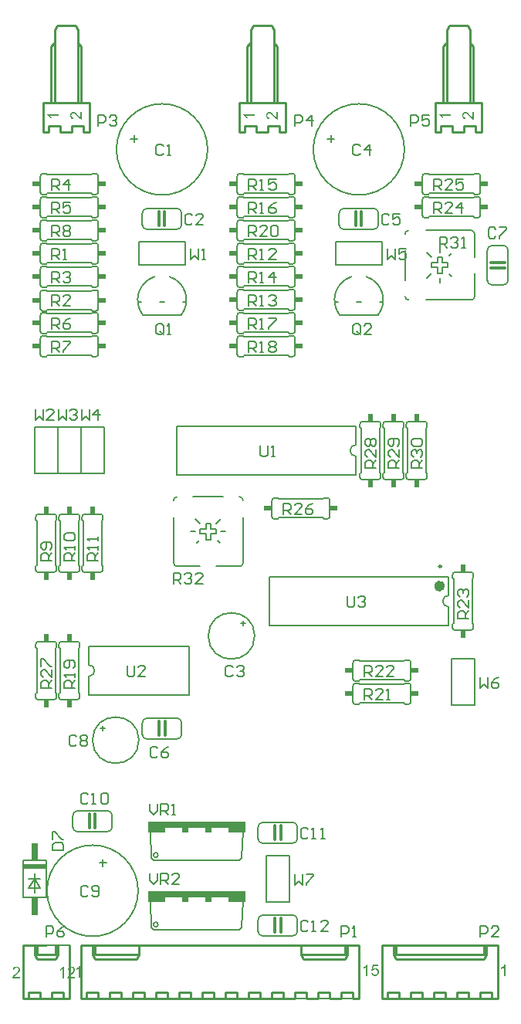
<source format=gto>
G04 Layer_Color=65535*
%FSLAX43Y43*%
%MOMM*%
G71*
G01*
G75*
%ADD24C,0.152*%
%ADD25C,0.127*%
%ADD26C,0.200*%
%ADD27C,0.600*%
%ADD28C,0.250*%
%ADD29C,0.305*%
%ADD30C,0.254*%
%ADD31R,10.668X0.762*%
%ADD32R,1.905X0.508*%
%ADD33R,0.762X0.508*%
%ADD34R,0.864X0.610*%
%ADD35R,0.610X0.864*%
%ADD36R,2.540X0.508*%
%ADD37R,0.762X1.905*%
G36*
X571Y4388D02*
X586Y4386D01*
X603Y4384D01*
X622Y4382D01*
X644Y4377D01*
X690Y4365D01*
X738Y4348D01*
X763Y4336D01*
X786Y4323D01*
X807Y4306D01*
X828Y4288D01*
X830Y4286D01*
X832Y4284D01*
X837Y4279D01*
X845Y4271D01*
X853Y4259D01*
X862Y4248D01*
X882Y4219D01*
X901Y4183D01*
X918Y4140D01*
X932Y4092D01*
X933Y4066D01*
X935Y4039D01*
Y4035D01*
Y4025D01*
X933Y4010D01*
X932Y3991D01*
X928Y3968D01*
X922Y3943D01*
X914Y3916D01*
X903Y3889D01*
X901Y3885D01*
X897Y3875D01*
X889Y3862D01*
X878Y3843D01*
X864Y3820D01*
X847Y3793D01*
X824Y3766D01*
X799Y3735D01*
X795Y3731D01*
X786Y3720D01*
X768Y3703D01*
X757Y3691D01*
X743Y3678D01*
X728Y3662D01*
X709Y3645D01*
X690Y3628D01*
X668Y3607D01*
X645Y3585D01*
X619Y3562D01*
X592Y3539D01*
X561Y3513D01*
X559Y3511D01*
X555Y3507D01*
X548Y3501D01*
X538Y3493D01*
X515Y3474D01*
X486Y3449D01*
X457Y3422D01*
X427Y3395D01*
X402Y3372D01*
X392Y3363D01*
X382Y3353D01*
X380Y3351D01*
X377Y3345D01*
X369Y3338D01*
X359Y3326D01*
X338Y3301D01*
X317Y3271D01*
X937D01*
Y3123D01*
X102D01*
Y3125D01*
Y3132D01*
Y3144D01*
X104Y3157D01*
X106Y3173D01*
X108Y3190D01*
X114Y3209D01*
X119Y3228D01*
Y3230D01*
X121Y3232D01*
X125Y3244D01*
X133Y3259D01*
X144Y3282D01*
X158Y3307D01*
X177Y3336D01*
X196Y3365D01*
X221Y3395D01*
Y3397D01*
X225Y3399D01*
X235Y3411D01*
X250Y3428D01*
X273Y3451D01*
X302Y3478D01*
X336Y3511D01*
X379Y3547D01*
X425Y3587D01*
X427Y3589D01*
X434Y3595D01*
X444Y3603D01*
X457Y3616D01*
X475Y3630D01*
X494Y3647D01*
X536Y3683D01*
X582Y3728D01*
X628Y3772D01*
X651Y3793D01*
X670Y3814D01*
X688Y3835D01*
X703Y3854D01*
Y3856D01*
X707Y3858D01*
X711Y3864D01*
X715Y3872D01*
X726Y3891D01*
X740Y3916D01*
X753Y3945D01*
X765Y3975D01*
X772Y4010D01*
X776Y4042D01*
Y4044D01*
Y4046D01*
X774Y4058D01*
X772Y4075D01*
X768Y4096D01*
X759Y4121D01*
X747Y4146D01*
X732Y4173D01*
X709Y4198D01*
X705Y4200D01*
X697Y4208D01*
X682Y4217D01*
X663Y4231D01*
X638Y4242D01*
X609Y4252D01*
X574Y4259D01*
X536Y4261D01*
X524D01*
X517Y4259D01*
X498Y4258D01*
X473Y4254D01*
X444Y4244D01*
X413Y4233D01*
X384Y4215D01*
X357Y4192D01*
X355Y4188D01*
X348Y4181D01*
X336Y4165D01*
X325Y4144D01*
X311Y4117D01*
X302Y4087D01*
X294Y4050D01*
X290Y4008D01*
X131Y4025D01*
Y4027D01*
Y4033D01*
X133Y4042D01*
X135Y4054D01*
X139Y4069D01*
X140Y4087D01*
X152Y4125D01*
X167Y4169D01*
X188Y4213D01*
X217Y4258D01*
X233Y4277D01*
X252Y4296D01*
X254Y4298D01*
X258Y4300D01*
X263Y4306D01*
X271Y4311D01*
X283Y4317D01*
X296Y4327D01*
X311Y4334D01*
X329Y4344D01*
X348Y4352D01*
X369Y4361D01*
X394Y4369D01*
X419Y4375D01*
X476Y4386D01*
X507Y4388D01*
X540Y4390D01*
X557D01*
X571Y4388D01*
D02*
G37*
G36*
X39047Y3326D02*
X38892D01*
Y4313D01*
X38890Y4311D01*
X38882Y4303D01*
X38869Y4294D01*
X38851Y4280D01*
X38830Y4263D01*
X38805Y4246D01*
X38777Y4225D01*
X38744Y4205D01*
X38742D01*
X38740Y4203D01*
X38729Y4196D01*
X38711Y4186D01*
X38690Y4175D01*
X38665Y4161D01*
X38638Y4150D01*
X38609Y4136D01*
X38583Y4125D01*
Y4276D01*
X38585D01*
X38588Y4278D01*
X38596Y4282D01*
X38604Y4288D01*
X38615Y4294D01*
X38629Y4299D01*
X38659Y4317D01*
X38694Y4338D01*
X38732Y4363D01*
X38771Y4392D01*
X38807Y4422D01*
X38809Y4424D01*
X38811Y4426D01*
X38823Y4438D01*
X38840Y4455D01*
X38861Y4476D01*
X38884Y4503D01*
X38907Y4532D01*
X38928Y4563D01*
X38946Y4593D01*
X39047D01*
Y3326D01*
D02*
G37*
G36*
X5772Y3123D02*
X5616D01*
Y4110D01*
X5614Y4108D01*
X5607Y4100D01*
X5593Y4090D01*
X5576Y4077D01*
X5555Y4060D01*
X5530Y4042D01*
X5501Y4021D01*
X5468Y4002D01*
X5466D01*
X5465Y4000D01*
X5453Y3993D01*
X5436Y3983D01*
X5415Y3971D01*
X5390Y3958D01*
X5363Y3946D01*
X5334Y3933D01*
X5307Y3922D01*
Y4073D01*
X5309D01*
X5313Y4075D01*
X5321Y4079D01*
X5328Y4085D01*
X5340Y4090D01*
X5353Y4096D01*
X5384Y4114D01*
X5418Y4135D01*
X5457Y4160D01*
X5495Y4188D01*
X5532Y4219D01*
X5534Y4221D01*
X5536Y4223D01*
X5547Y4235D01*
X5564Y4252D01*
X5586Y4273D01*
X5609Y4300D01*
X5632Y4329D01*
X5653Y4359D01*
X5670Y4390D01*
X5772D01*
Y3123D01*
D02*
G37*
G36*
X54160Y3326D02*
X54005D01*
Y4313D01*
X54003Y4311D01*
X53995Y4303D01*
X53982Y4294D01*
X53964Y4280D01*
X53943Y4263D01*
X53918Y4246D01*
X53890Y4225D01*
X53857Y4205D01*
X53855D01*
X53853Y4203D01*
X53842Y4196D01*
X53824Y4186D01*
X53803Y4175D01*
X53778Y4161D01*
X53751Y4150D01*
X53722Y4136D01*
X53696Y4125D01*
Y4276D01*
X53698D01*
X53701Y4278D01*
X53709Y4282D01*
X53717Y4288D01*
X53728Y4294D01*
X53742Y4299D01*
X53772Y4317D01*
X53807Y4338D01*
X53845Y4363D01*
X53884Y4392D01*
X53920Y4422D01*
X53922Y4424D01*
X53924Y4426D01*
X53936Y4438D01*
X53953Y4455D01*
X53974Y4476D01*
X53997Y4503D01*
X54020Y4532D01*
X54041Y4563D01*
X54059Y4593D01*
X54160D01*
Y3326D01*
D02*
G37*
G36*
X40246Y4471D02*
X39743D01*
X39674Y4131D01*
X39676Y4133D01*
X39679Y4135D01*
X39685Y4139D01*
X39693Y4145D01*
X39704Y4151D01*
X39716Y4156D01*
X39747Y4172D01*
X39781Y4187D01*
X39821Y4199D01*
X39866Y4208D01*
X39912Y4212D01*
X39927D01*
X39939Y4210D01*
X39954Y4208D01*
X39969Y4206D01*
X39989Y4202D01*
X40008Y4199D01*
X40052Y4183D01*
X40075Y4176D01*
X40098Y4164D01*
X40123Y4151D01*
X40146Y4135D01*
X40169Y4118D01*
X40190Y4097D01*
X40192Y4095D01*
X40196Y4091D01*
X40202Y4085D01*
X40207Y4076D01*
X40217Y4064D01*
X40227Y4051D01*
X40236Y4035D01*
X40248Y4018D01*
X40259Y3997D01*
X40269Y3976D01*
X40279Y3951D01*
X40288Y3926D01*
X40294Y3897D01*
X40300Y3868D01*
X40303Y3836D01*
X40305Y3803D01*
Y3801D01*
Y3795D01*
Y3786D01*
X40303Y3774D01*
X40302Y3759D01*
X40300Y3742D01*
X40298Y3722D01*
X40294Y3701D01*
X40280Y3655D01*
X40263Y3607D01*
X40252Y3580D01*
X40238Y3555D01*
X40223Y3530D01*
X40206Y3507D01*
X40204Y3505D01*
X40200Y3502D01*
X40192Y3494D01*
X40183Y3484D01*
X40171Y3473D01*
X40156Y3459D01*
X40138Y3446D01*
X40117Y3432D01*
X40096Y3417D01*
X40071Y3404D01*
X40042Y3390D01*
X40014Y3379D01*
X39981Y3369D01*
X39948Y3361D01*
X39912Y3358D01*
X39873Y3356D01*
X39856D01*
X39845Y3358D01*
X39831Y3359D01*
X39814Y3361D01*
X39795Y3363D01*
X39773Y3367D01*
X39729Y3379D01*
X39683Y3396D01*
X39660Y3407D01*
X39637Y3421D01*
X39614Y3434D01*
X39593Y3452D01*
X39591Y3454D01*
X39589Y3455D01*
X39583Y3461D01*
X39576Y3469D01*
X39568Y3478D01*
X39558Y3490D01*
X39549Y3503D01*
X39537Y3519D01*
X39516Y3555D01*
X39495Y3599D01*
X39480Y3649D01*
X39474Y3678D01*
X39470Y3707D01*
X39633Y3718D01*
Y3717D01*
Y3713D01*
X39635Y3707D01*
X39637Y3699D01*
X39643Y3678D01*
X39651Y3651D01*
X39660Y3622D01*
X39676Y3594D01*
X39693Y3565D01*
X39716Y3540D01*
X39720Y3538D01*
X39727Y3530D01*
X39741Y3523D01*
X39760Y3511D01*
X39783Y3502D01*
X39810Y3492D01*
X39841Y3484D01*
X39873Y3482D01*
X39885D01*
X39893Y3484D01*
X39914Y3486D01*
X39941Y3492D01*
X39969Y3503D01*
X40002Y3517D01*
X40033Y3538D01*
X40048Y3550D01*
X40063Y3565D01*
Y3567D01*
X40067Y3569D01*
X40075Y3580D01*
X40088Y3599D01*
X40102Y3624D01*
X40115Y3657D01*
X40129Y3695D01*
X40136Y3740D01*
X40140Y3790D01*
Y3791D01*
Y3795D01*
Y3803D01*
X40138Y3811D01*
Y3822D01*
X40136Y3836D01*
X40131Y3866D01*
X40123Y3899D01*
X40110Y3934D01*
X40090Y3968D01*
X40065Y3999D01*
X40062Y4003D01*
X40052Y4010D01*
X40037Y4024D01*
X40014Y4037D01*
X39987Y4051D01*
X39952Y4064D01*
X39914Y4072D01*
X39871Y4076D01*
X39858D01*
X39845Y4074D01*
X39825Y4072D01*
X39804Y4066D01*
X39781Y4060D01*
X39758Y4051D01*
X39735Y4039D01*
X39733Y4037D01*
X39725Y4033D01*
X39714Y4026D01*
X39701Y4016D01*
X39687Y4003D01*
X39672Y3987D01*
X39656Y3970D01*
X39643Y3951D01*
X39497Y3972D01*
X39620Y4619D01*
X40246D01*
Y4471D01*
D02*
G37*
G36*
X7551Y3199D02*
X7396D01*
Y4186D01*
X7394Y4184D01*
X7386Y4176D01*
X7373Y4167D01*
X7355Y4153D01*
X7334Y4136D01*
X7309Y4119D01*
X7281Y4098D01*
X7248Y4078D01*
X7246D01*
X7244Y4076D01*
X7233Y4069D01*
X7215Y4059D01*
X7194Y4048D01*
X7169Y4034D01*
X7142Y4023D01*
X7113Y4009D01*
X7087Y3998D01*
Y4149D01*
X7089D01*
X7092Y4151D01*
X7100Y4155D01*
X7108Y4161D01*
X7119Y4167D01*
X7133Y4172D01*
X7163Y4190D01*
X7198Y4211D01*
X7236Y4236D01*
X7275Y4265D01*
X7311Y4295D01*
X7313Y4297D01*
X7315Y4299D01*
X7327Y4311D01*
X7344Y4328D01*
X7365Y4349D01*
X7388Y4376D01*
X7411Y4405D01*
X7432Y4436D01*
X7450Y4466D01*
X7551D01*
Y3199D01*
D02*
G37*
G36*
X6615Y4388D02*
X6630Y4386D01*
X6647Y4384D01*
X6667Y4382D01*
X6688Y4377D01*
X6734Y4365D01*
X6782Y4348D01*
X6807Y4336D01*
X6830Y4323D01*
X6851Y4306D01*
X6872Y4288D01*
X6874Y4286D01*
X6876Y4284D01*
X6882Y4279D01*
X6889Y4271D01*
X6897Y4259D01*
X6907Y4248D01*
X6926Y4219D01*
X6945Y4183D01*
X6962Y4140D01*
X6976Y4092D01*
X6978Y4066D01*
X6980Y4039D01*
Y4035D01*
Y4025D01*
X6978Y4010D01*
X6976Y3991D01*
X6972Y3968D01*
X6966Y3943D01*
X6959Y3916D01*
X6947Y3889D01*
X6945Y3885D01*
X6941Y3875D01*
X6934Y3862D01*
X6922Y3843D01*
X6909Y3820D01*
X6891Y3793D01*
X6868Y3766D01*
X6843Y3735D01*
X6839Y3731D01*
X6830Y3720D01*
X6813Y3703D01*
X6801Y3691D01*
X6788Y3678D01*
X6772Y3662D01*
X6753Y3645D01*
X6734Y3628D01*
X6713Y3607D01*
X6690Y3585D01*
X6663Y3562D01*
X6636Y3539D01*
X6605Y3513D01*
X6603Y3511D01*
X6599Y3507D01*
X6592Y3501D01*
X6582Y3493D01*
X6559Y3474D01*
X6530Y3449D01*
X6501Y3422D01*
X6471Y3395D01*
X6446Y3372D01*
X6436Y3363D01*
X6427Y3353D01*
X6425Y3351D01*
X6421Y3345D01*
X6413Y3338D01*
X6404Y3326D01*
X6382Y3301D01*
X6361Y3271D01*
X6982D01*
Y3123D01*
X6146D01*
Y3125D01*
Y3132D01*
Y3144D01*
X6148Y3157D01*
X6150Y3173D01*
X6152Y3190D01*
X6158Y3209D01*
X6164Y3228D01*
Y3230D01*
X6165Y3232D01*
X6169Y3244D01*
X6177Y3259D01*
X6188Y3282D01*
X6202Y3307D01*
X6221Y3336D01*
X6240Y3365D01*
X6265Y3395D01*
Y3397D01*
X6269Y3399D01*
X6279Y3411D01*
X6294Y3428D01*
X6317Y3451D01*
X6346Y3478D01*
X6381Y3511D01*
X6423Y3547D01*
X6469Y3587D01*
X6471Y3589D01*
X6478Y3595D01*
X6488Y3603D01*
X6501Y3616D01*
X6519Y3630D01*
X6538Y3647D01*
X6580Y3683D01*
X6626Y3728D01*
X6672Y3772D01*
X6695Y3793D01*
X6715Y3814D01*
X6732Y3835D01*
X6747Y3854D01*
Y3856D01*
X6751Y3858D01*
X6755Y3864D01*
X6759Y3872D01*
X6770Y3891D01*
X6784Y3916D01*
X6797Y3945D01*
X6809Y3975D01*
X6816Y4010D01*
X6820Y4042D01*
Y4044D01*
Y4046D01*
X6818Y4058D01*
X6816Y4075D01*
X6813Y4096D01*
X6803Y4121D01*
X6791Y4146D01*
X6776Y4173D01*
X6753Y4198D01*
X6749Y4200D01*
X6742Y4208D01*
X6726Y4217D01*
X6707Y4231D01*
X6682Y4242D01*
X6653Y4252D01*
X6619Y4259D01*
X6580Y4261D01*
X6569D01*
X6561Y4259D01*
X6542Y4258D01*
X6517Y4254D01*
X6488Y4244D01*
X6457Y4233D01*
X6429Y4215D01*
X6402Y4192D01*
X6400Y4188D01*
X6392Y4181D01*
X6381Y4165D01*
X6369Y4144D01*
X6356Y4117D01*
X6346Y4087D01*
X6338Y4050D01*
X6334Y4008D01*
X6175Y4025D01*
Y4027D01*
Y4033D01*
X6177Y4042D01*
X6179Y4054D01*
X6183Y4069D01*
X6185Y4087D01*
X6196Y4125D01*
X6212Y4169D01*
X6233Y4213D01*
X6261Y4258D01*
X6277Y4277D01*
X6296Y4296D01*
X6298Y4298D01*
X6302Y4300D01*
X6308Y4306D01*
X6315Y4311D01*
X6327Y4317D01*
X6340Y4327D01*
X6356Y4334D01*
X6373Y4344D01*
X6392Y4352D01*
X6413Y4361D01*
X6438Y4369D01*
X6463Y4375D01*
X6521Y4386D01*
X6551Y4388D01*
X6584Y4390D01*
X6601D01*
X6615Y4388D01*
D02*
G37*
G36*
X29203Y97257D02*
X29182D01*
X29169Y97259D01*
X29153Y97261D01*
X29136Y97263D01*
X29117Y97269D01*
X29098Y97274D01*
X29096D01*
X29094Y97276D01*
X29082Y97280D01*
X29067Y97288D01*
X29044Y97299D01*
X29019Y97313D01*
X28990Y97332D01*
X28961Y97351D01*
X28931Y97376D01*
X28929D01*
X28927Y97380D01*
X28915Y97390D01*
X28898Y97405D01*
X28875Y97428D01*
X28848Y97457D01*
X28815Y97491D01*
X28779Y97534D01*
X28739Y97580D01*
X28737Y97582D01*
X28731Y97589D01*
X28723Y97599D01*
X28710Y97612D01*
X28696Y97630D01*
X28679Y97649D01*
X28643Y97691D01*
X28598Y97737D01*
X28554Y97783D01*
X28533Y97806D01*
X28512Y97825D01*
X28491Y97843D01*
X28472Y97858D01*
X28470D01*
X28468Y97862D01*
X28462Y97866D01*
X28454Y97870D01*
X28435Y97881D01*
X28410Y97895D01*
X28381Y97908D01*
X28351Y97920D01*
X28316Y97927D01*
X28284Y97931D01*
X28280D01*
X28268Y97929D01*
X28251Y97927D01*
X28230Y97923D01*
X28205Y97914D01*
X28180Y97902D01*
X28153Y97887D01*
X28128Y97864D01*
X28126Y97860D01*
X28118Y97852D01*
X28109Y97837D01*
X28095Y97818D01*
X28084Y97793D01*
X28074Y97764D01*
X28067Y97729D01*
X28065Y97691D01*
Y97689D01*
Y97685D01*
Y97679D01*
X28067Y97672D01*
X28068Y97653D01*
X28072Y97628D01*
X28082Y97599D01*
X28093Y97568D01*
X28111Y97539D01*
X28134Y97512D01*
X28138Y97510D01*
X28145Y97503D01*
X28161Y97491D01*
X28182Y97480D01*
X28209Y97466D01*
X28239Y97457D01*
X28276Y97449D01*
X28318Y97445D01*
X28301Y97286D01*
X28293D01*
X28284Y97288D01*
X28272Y97290D01*
X28257Y97294D01*
X28239Y97295D01*
X28201Y97307D01*
X28157Y97322D01*
X28113Y97343D01*
X28068Y97372D01*
X28049Y97388D01*
X28030Y97407D01*
X28028Y97409D01*
X28026Y97413D01*
X28020Y97418D01*
X28015Y97426D01*
X28009Y97438D01*
X27999Y97451D01*
X27992Y97466D01*
X27982Y97484D01*
X27974Y97503D01*
X27965Y97524D01*
X27957Y97549D01*
X27951Y97574D01*
X27940Y97631D01*
X27938Y97662D01*
X27936Y97695D01*
Y97697D01*
Y97703D01*
Y97712D01*
X27938Y97726D01*
X27940Y97741D01*
X27942Y97758D01*
X27944Y97777D01*
X27949Y97799D01*
X27961Y97845D01*
X27978Y97893D01*
X27990Y97918D01*
X28003Y97941D01*
X28020Y97962D01*
X28038Y97983D01*
X28040Y97985D01*
X28042Y97987D01*
X28047Y97992D01*
X28055Y98000D01*
X28067Y98008D01*
X28078Y98017D01*
X28107Y98037D01*
X28143Y98056D01*
X28186Y98073D01*
X28234Y98087D01*
X28260Y98088D01*
X28287Y98090D01*
X28301D01*
X28316Y98088D01*
X28335Y98087D01*
X28358Y98083D01*
X28383Y98077D01*
X28410Y98069D01*
X28437Y98058D01*
X28441Y98056D01*
X28451Y98052D01*
X28464Y98044D01*
X28483Y98033D01*
X28506Y98019D01*
X28533Y98002D01*
X28560Y97979D01*
X28591Y97954D01*
X28595Y97950D01*
X28606Y97941D01*
X28623Y97923D01*
X28635Y97912D01*
X28648Y97898D01*
X28664Y97883D01*
X28681Y97864D01*
X28698Y97845D01*
X28719Y97823D01*
X28741Y97800D01*
X28764Y97774D01*
X28787Y97747D01*
X28813Y97716D01*
X28815Y97714D01*
X28819Y97710D01*
X28825Y97703D01*
X28833Y97693D01*
X28852Y97670D01*
X28877Y97641D01*
X28904Y97612D01*
X28931Y97582D01*
X28954Y97557D01*
X28963Y97547D01*
X28973Y97537D01*
X28975Y97535D01*
X28981Y97532D01*
X28988Y97524D01*
X29000Y97514D01*
X29025Y97493D01*
X29055Y97472D01*
Y98092D01*
X29203D01*
Y97257D01*
D02*
G37*
G36*
X5213Y97691D02*
X4226D01*
X4228Y97689D01*
X4235Y97682D01*
X4245Y97668D01*
X4258Y97651D01*
X4276Y97630D01*
X4293Y97605D01*
X4314Y97576D01*
X4333Y97543D01*
Y97541D01*
X4335Y97540D01*
X4343Y97528D01*
X4352Y97511D01*
X4364Y97490D01*
X4377Y97465D01*
X4389Y97438D01*
X4402Y97409D01*
X4414Y97382D01*
X4262D01*
Y97384D01*
X4260Y97388D01*
X4256Y97396D01*
X4251Y97403D01*
X4245Y97415D01*
X4239Y97428D01*
X4222Y97459D01*
X4201Y97493D01*
X4176Y97532D01*
X4147Y97570D01*
X4116Y97607D01*
X4114Y97609D01*
X4112Y97611D01*
X4101Y97622D01*
X4083Y97639D01*
X4062Y97661D01*
X4035Y97684D01*
X4007Y97707D01*
X3976Y97728D01*
X3945Y97745D01*
Y97847D01*
X5213D01*
Y97691D01*
D02*
G37*
G36*
X7703Y97257D02*
X7682D01*
X7669Y97259D01*
X7653Y97261D01*
X7636Y97263D01*
X7617Y97269D01*
X7598Y97274D01*
X7596D01*
X7594Y97276D01*
X7582Y97280D01*
X7567Y97288D01*
X7544Y97299D01*
X7519Y97313D01*
X7490Y97332D01*
X7461Y97351D01*
X7431Y97376D01*
X7429D01*
X7427Y97380D01*
X7415Y97390D01*
X7398Y97405D01*
X7375Y97428D01*
X7348Y97457D01*
X7315Y97491D01*
X7279Y97534D01*
X7239Y97580D01*
X7237Y97582D01*
X7231Y97589D01*
X7223Y97599D01*
X7210Y97612D01*
X7196Y97630D01*
X7179Y97649D01*
X7143Y97691D01*
X7098Y97737D01*
X7054Y97783D01*
X7033Y97806D01*
X7012Y97825D01*
X6991Y97843D01*
X6972Y97858D01*
X6970D01*
X6968Y97862D01*
X6962Y97866D01*
X6954Y97870D01*
X6935Y97881D01*
X6910Y97895D01*
X6881Y97908D01*
X6851Y97920D01*
X6816Y97927D01*
X6784Y97931D01*
X6780D01*
X6768Y97929D01*
X6751Y97927D01*
X6730Y97923D01*
X6705Y97914D01*
X6680Y97902D01*
X6653Y97887D01*
X6628Y97864D01*
X6626Y97860D01*
X6618Y97852D01*
X6609Y97837D01*
X6595Y97818D01*
X6584Y97793D01*
X6574Y97764D01*
X6567Y97729D01*
X6565Y97691D01*
Y97689D01*
Y97685D01*
Y97679D01*
X6567Y97672D01*
X6568Y97653D01*
X6572Y97628D01*
X6582Y97599D01*
X6593Y97568D01*
X6611Y97539D01*
X6634Y97512D01*
X6638Y97510D01*
X6645Y97503D01*
X6661Y97491D01*
X6682Y97480D01*
X6709Y97466D01*
X6739Y97457D01*
X6776Y97449D01*
X6818Y97445D01*
X6801Y97286D01*
X6793D01*
X6784Y97288D01*
X6772Y97290D01*
X6757Y97294D01*
X6739Y97295D01*
X6701Y97307D01*
X6657Y97322D01*
X6613Y97343D01*
X6568Y97372D01*
X6549Y97388D01*
X6530Y97407D01*
X6528Y97409D01*
X6526Y97413D01*
X6520Y97418D01*
X6515Y97426D01*
X6509Y97438D01*
X6499Y97451D01*
X6492Y97466D01*
X6482Y97484D01*
X6474Y97503D01*
X6465Y97524D01*
X6457Y97549D01*
X6451Y97574D01*
X6440Y97631D01*
X6438Y97662D01*
X6436Y97695D01*
Y97697D01*
Y97703D01*
Y97712D01*
X6438Y97726D01*
X6440Y97741D01*
X6442Y97758D01*
X6444Y97777D01*
X6449Y97799D01*
X6461Y97845D01*
X6478Y97893D01*
X6490Y97918D01*
X6503Y97941D01*
X6520Y97962D01*
X6538Y97983D01*
X6540Y97985D01*
X6542Y97987D01*
X6547Y97992D01*
X6555Y98000D01*
X6567Y98008D01*
X6578Y98017D01*
X6607Y98037D01*
X6643Y98056D01*
X6686Y98073D01*
X6734Y98087D01*
X6760Y98088D01*
X6787Y98090D01*
X6801D01*
X6816Y98088D01*
X6835Y98087D01*
X6858Y98083D01*
X6883Y98077D01*
X6910Y98069D01*
X6937Y98058D01*
X6941Y98056D01*
X6951Y98052D01*
X6964Y98044D01*
X6983Y98033D01*
X7006Y98019D01*
X7033Y98002D01*
X7060Y97979D01*
X7091Y97954D01*
X7095Y97950D01*
X7106Y97941D01*
X7123Y97923D01*
X7135Y97912D01*
X7148Y97898D01*
X7164Y97883D01*
X7181Y97864D01*
X7198Y97845D01*
X7219Y97823D01*
X7241Y97800D01*
X7264Y97774D01*
X7287Y97747D01*
X7313Y97716D01*
X7315Y97714D01*
X7319Y97710D01*
X7325Y97703D01*
X7333Y97693D01*
X7352Y97670D01*
X7377Y97641D01*
X7404Y97612D01*
X7431Y97582D01*
X7454Y97557D01*
X7463Y97547D01*
X7473Y97537D01*
X7475Y97535D01*
X7481Y97532D01*
X7488Y97524D01*
X7500Y97514D01*
X7525Y97493D01*
X7555Y97472D01*
Y98092D01*
X7703D01*
Y97257D01*
D02*
G37*
G36*
X48213Y97691D02*
X47226D01*
X47228Y97689D01*
X47235Y97682D01*
X47245Y97668D01*
X47258Y97651D01*
X47276Y97630D01*
X47293Y97605D01*
X47314Y97576D01*
X47333Y97543D01*
Y97541D01*
X47335Y97540D01*
X47343Y97528D01*
X47352Y97511D01*
X47364Y97490D01*
X47377Y97465D01*
X47389Y97438D01*
X47402Y97409D01*
X47414Y97382D01*
X47262D01*
Y97384D01*
X47260Y97388D01*
X47256Y97396D01*
X47251Y97403D01*
X47245Y97415D01*
X47239Y97428D01*
X47222Y97459D01*
X47201Y97493D01*
X47176Y97532D01*
X47147Y97570D01*
X47116Y97607D01*
X47114Y97609D01*
X47112Y97611D01*
X47101Y97622D01*
X47083Y97639D01*
X47062Y97661D01*
X47035Y97684D01*
X47007Y97707D01*
X46976Y97728D01*
X46945Y97745D01*
Y97847D01*
X48213D01*
Y97691D01*
D02*
G37*
G36*
X50703Y97257D02*
X50682D01*
X50669Y97259D01*
X50653Y97261D01*
X50636Y97263D01*
X50617Y97269D01*
X50598Y97274D01*
X50596D01*
X50594Y97276D01*
X50582Y97280D01*
X50567Y97288D01*
X50544Y97299D01*
X50519Y97313D01*
X50490Y97332D01*
X50461Y97351D01*
X50431Y97376D01*
X50429D01*
X50427Y97380D01*
X50415Y97390D01*
X50398Y97405D01*
X50375Y97428D01*
X50348Y97457D01*
X50315Y97491D01*
X50279Y97534D01*
X50239Y97580D01*
X50237Y97582D01*
X50231Y97589D01*
X50223Y97599D01*
X50210Y97612D01*
X50196Y97630D01*
X50179Y97649D01*
X50143Y97691D01*
X50098Y97737D01*
X50054Y97783D01*
X50033Y97806D01*
X50012Y97825D01*
X49991Y97843D01*
X49972Y97858D01*
X49970D01*
X49968Y97862D01*
X49962Y97866D01*
X49954Y97870D01*
X49935Y97881D01*
X49910Y97895D01*
X49881Y97908D01*
X49851Y97920D01*
X49816Y97927D01*
X49784Y97931D01*
X49780D01*
X49768Y97929D01*
X49751Y97927D01*
X49730Y97923D01*
X49705Y97914D01*
X49680Y97902D01*
X49653Y97887D01*
X49628Y97864D01*
X49626Y97860D01*
X49618Y97852D01*
X49609Y97837D01*
X49595Y97818D01*
X49584Y97793D01*
X49574Y97764D01*
X49567Y97729D01*
X49565Y97691D01*
Y97689D01*
Y97685D01*
Y97679D01*
X49567Y97672D01*
X49568Y97653D01*
X49572Y97628D01*
X49582Y97599D01*
X49593Y97568D01*
X49611Y97539D01*
X49634Y97512D01*
X49638Y97510D01*
X49645Y97503D01*
X49661Y97491D01*
X49682Y97480D01*
X49709Y97466D01*
X49739Y97457D01*
X49776Y97449D01*
X49818Y97445D01*
X49801Y97286D01*
X49793D01*
X49784Y97288D01*
X49772Y97290D01*
X49757Y97294D01*
X49739Y97295D01*
X49701Y97307D01*
X49657Y97322D01*
X49613Y97343D01*
X49568Y97372D01*
X49549Y97388D01*
X49530Y97407D01*
X49528Y97409D01*
X49526Y97413D01*
X49520Y97418D01*
X49515Y97426D01*
X49509Y97438D01*
X49499Y97451D01*
X49492Y97466D01*
X49482Y97484D01*
X49474Y97503D01*
X49465Y97524D01*
X49457Y97549D01*
X49451Y97574D01*
X49440Y97631D01*
X49438Y97662D01*
X49436Y97695D01*
Y97697D01*
Y97703D01*
Y97712D01*
X49438Y97726D01*
X49440Y97741D01*
X49442Y97758D01*
X49444Y97777D01*
X49449Y97799D01*
X49461Y97845D01*
X49478Y97893D01*
X49490Y97918D01*
X49503Y97941D01*
X49520Y97962D01*
X49538Y97983D01*
X49540Y97985D01*
X49542Y97987D01*
X49547Y97992D01*
X49555Y98000D01*
X49567Y98008D01*
X49578Y98017D01*
X49607Y98037D01*
X49643Y98056D01*
X49686Y98073D01*
X49734Y98087D01*
X49760Y98088D01*
X49787Y98090D01*
X49801D01*
X49816Y98088D01*
X49835Y98087D01*
X49858Y98083D01*
X49883Y98077D01*
X49910Y98069D01*
X49937Y98058D01*
X49941Y98056D01*
X49951Y98052D01*
X49964Y98044D01*
X49983Y98033D01*
X50006Y98019D01*
X50033Y98002D01*
X50060Y97979D01*
X50091Y97954D01*
X50095Y97950D01*
X50106Y97941D01*
X50123Y97923D01*
X50135Y97912D01*
X50148Y97898D01*
X50164Y97883D01*
X50181Y97864D01*
X50198Y97845D01*
X50219Y97823D01*
X50241Y97800D01*
X50264Y97774D01*
X50287Y97747D01*
X50313Y97716D01*
X50315Y97714D01*
X50319Y97710D01*
X50325Y97703D01*
X50333Y97693D01*
X50352Y97670D01*
X50377Y97641D01*
X50404Y97612D01*
X50431Y97582D01*
X50454Y97557D01*
X50463Y97547D01*
X50473Y97537D01*
X50475Y97535D01*
X50481Y97532D01*
X50488Y97524D01*
X50500Y97514D01*
X50525Y97493D01*
X50555Y97472D01*
Y98092D01*
X50703D01*
Y97257D01*
D02*
G37*
G36*
X26713Y97691D02*
X25726D01*
X25728Y97689D01*
X25735Y97682D01*
X25745Y97668D01*
X25758Y97651D01*
X25776Y97630D01*
X25793Y97605D01*
X25814Y97576D01*
X25833Y97543D01*
Y97541D01*
X25835Y97540D01*
X25843Y97528D01*
X25852Y97511D01*
X25864Y97490D01*
X25877Y97465D01*
X25889Y97438D01*
X25902Y97409D01*
X25914Y97382D01*
X25762D01*
Y97384D01*
X25760Y97388D01*
X25756Y97396D01*
X25751Y97403D01*
X25745Y97415D01*
X25739Y97428D01*
X25722Y97459D01*
X25701Y97493D01*
X25676Y97532D01*
X25647Y97570D01*
X25616Y97607D01*
X25614Y97609D01*
X25612Y97611D01*
X25601Y97622D01*
X25583Y97639D01*
X25562Y97661D01*
X25535Y97684D01*
X25507Y97707D01*
X25476Y97728D01*
X25445Y97745D01*
Y97847D01*
X26713D01*
Y97691D01*
D02*
G37*
D24*
X52197Y79629D02*
G03*
X52705Y79121I508J0D01*
G01*
X53975D02*
G03*
X54483Y79629I0J508D01*
G01*
X52705Y83439D02*
G03*
X52197Y82931I0J-508D01*
G01*
X54483D02*
G03*
X53975Y83439I-508J0D01*
G01*
X43100Y93980D02*
G03*
X43100Y93980I-5000J0D01*
G01*
X21510D02*
G03*
X21510Y93980I-5000J0D01*
G01*
X3429Y91313D02*
G03*
X3175Y91059I0J-254D01*
G01*
Y89281D02*
G03*
X3429Y89027I254J0D01*
G01*
X9271D02*
G03*
X9525Y89281I0J254D01*
G01*
Y91059D02*
G03*
X9271Y91313I-254J0D01*
G01*
X3429Y73533D02*
G03*
X3175Y73279I0J-254D01*
G01*
Y71501D02*
G03*
X3429Y71247I254J0D01*
G01*
X9271D02*
G03*
X9525Y71501I0J254D01*
G01*
Y73279D02*
G03*
X9271Y73533I-254J0D01*
G01*
Y73787D02*
G03*
X9525Y74041I0J254D01*
G01*
Y75819D02*
G03*
X9271Y76073I-254J0D01*
G01*
X3429D02*
G03*
X3175Y75819I0J-254D01*
G01*
Y74041D02*
G03*
X3429Y73787I254J0D01*
G01*
X9271Y76276D02*
G03*
X9525Y76530I0J254D01*
G01*
Y78308D02*
G03*
X9271Y78562I-254J0D01*
G01*
X3429D02*
G03*
X3175Y78308I0J-254D01*
G01*
Y76530D02*
G03*
X3429Y76276I254J0D01*
G01*
X9271Y78867D02*
G03*
X9525Y79121I0J254D01*
G01*
Y80899D02*
G03*
X9271Y81153I-254J0D01*
G01*
X3429D02*
G03*
X3175Y80899I0J-254D01*
G01*
Y79121D02*
G03*
X3429Y78867I254J0D01*
G01*
X9271Y81407D02*
G03*
X9525Y81661I0J254D01*
G01*
Y83439D02*
G03*
X9271Y83693I-254J0D01*
G01*
X3429D02*
G03*
X3175Y83439I0J-254D01*
G01*
Y81661D02*
G03*
X3429Y81407I254J0D01*
G01*
X9271Y83947D02*
G03*
X9525Y84201I0J254D01*
G01*
Y85979D02*
G03*
X9271Y86233I-254J0D01*
G01*
X3429D02*
G03*
X3175Y85979I0J-254D01*
G01*
Y84201D02*
G03*
X3429Y83947I254J0D01*
G01*
Y88773D02*
G03*
X3175Y88519I0J-254D01*
G01*
Y86741D02*
G03*
X3429Y86487I254J0D01*
G01*
X9271D02*
G03*
X9525Y86741I0J254D01*
G01*
Y88519D02*
G03*
X9271Y88773I-254J0D01*
G01*
X18618Y75819D02*
G03*
X17297Y80035I-2107J1655D01*
G01*
X15723D02*
G03*
X14415Y75819I792J-2557D01*
G01*
X18161Y85217D02*
G03*
X18669Y85725I0J508D01*
G01*
Y86995D02*
G03*
X18161Y87503I-508J0D01*
G01*
X14351Y85725D02*
G03*
X14859Y85217I508J0D01*
G01*
Y87503D02*
G03*
X14351Y86995I0J-508D01*
G01*
X25019Y91313D02*
G03*
X24765Y91059I0J-254D01*
G01*
Y89281D02*
G03*
X25019Y89027I254J0D01*
G01*
X30861D02*
G03*
X31115Y89281I0J254D01*
G01*
Y91059D02*
G03*
X30861Y91313I-254J0D01*
G01*
X25019Y88773D02*
G03*
X24765Y88519I0J-254D01*
G01*
Y86741D02*
G03*
X25019Y86487I254J0D01*
G01*
X30861D02*
G03*
X31115Y86741I0J254D01*
G01*
Y88519D02*
G03*
X30861Y88773I-254J0D01*
G01*
Y83947D02*
G03*
X31115Y84201I0J254D01*
G01*
Y85979D02*
G03*
X30861Y86233I-254J0D01*
G01*
X25019D02*
G03*
X24765Y85979I0J-254D01*
G01*
Y84201D02*
G03*
X25019Y83947I254J0D01*
G01*
X30861Y81407D02*
G03*
X31115Y81661I0J254D01*
G01*
Y83439D02*
G03*
X30861Y83693I-254J0D01*
G01*
X25019D02*
G03*
X24765Y83439I0J-254D01*
G01*
Y81661D02*
G03*
X25019Y81407I254J0D01*
G01*
X30861Y78867D02*
G03*
X31115Y79121I0J254D01*
G01*
Y80899D02*
G03*
X30861Y81153I-254J0D01*
G01*
X25019D02*
G03*
X24765Y80899I0J-254D01*
G01*
Y79121D02*
G03*
X25019Y78867I254J0D01*
G01*
X30861Y76327D02*
G03*
X31115Y76581I0J254D01*
G01*
Y78359D02*
G03*
X30861Y78613I-254J0D01*
G01*
X25019D02*
G03*
X24765Y78359I0J-254D01*
G01*
Y76581D02*
G03*
X25019Y76327I254J0D01*
G01*
X30861Y73787D02*
G03*
X31115Y74041I0J254D01*
G01*
Y75819D02*
G03*
X30861Y76073I-254J0D01*
G01*
X25019D02*
G03*
X24765Y75819I0J-254D01*
G01*
Y74041D02*
G03*
X25019Y73787I254J0D01*
G01*
Y73533D02*
G03*
X24765Y73279I0J-254D01*
G01*
Y71501D02*
G03*
X25019Y71247I254J0D01*
G01*
X30861D02*
G03*
X31115Y71501I0J254D01*
G01*
Y73279D02*
G03*
X30861Y73533I-254J0D01*
G01*
X39751Y85217D02*
G03*
X40259Y85725I0J508D01*
G01*
Y86995D02*
G03*
X39751Y87503I-508J0D01*
G01*
X35941Y85725D02*
G03*
X36449Y85217I508J0D01*
G01*
Y87503D02*
G03*
X35941Y86995I0J-508D01*
G01*
X40208Y75819D02*
G03*
X38887Y80035I-2107J1655D01*
G01*
X37313D02*
G03*
X36005Y75819I792J-2557D01*
G01*
X43561Y85090D02*
G03*
X43180Y84709I0J-381D01*
G01*
X50800D02*
G03*
X50419Y85090I-381J0D01*
G01*
Y77470D02*
G03*
X50800Y77851I0J381D01*
G01*
X43180D02*
G03*
X43561Y77470I381J0D01*
G01*
X45339Y88773D02*
G03*
X45085Y88519I0J-254D01*
G01*
Y86741D02*
G03*
X45339Y86487I254J0D01*
G01*
X51181D02*
G03*
X51435Y86741I0J254D01*
G01*
Y88519D02*
G03*
X51181Y88773I-254J0D01*
G01*
X45339Y91313D02*
G03*
X45085Y91059I0J-254D01*
G01*
Y89281D02*
G03*
X45339Y89027I254J0D01*
G01*
X51181D02*
G03*
X51435Y89281I0J254D01*
G01*
Y91059D02*
G03*
X51181Y91313I-254J0D01*
G01*
X38227Y58039D02*
G03*
X38481Y57785I254J0D01*
G01*
X40259D02*
G03*
X40513Y58039I0J254D01*
G01*
Y63881D02*
G03*
X40259Y64135I-254J0D01*
G01*
X38481D02*
G03*
X38227Y63881I0J-254D01*
G01*
X40767Y58039D02*
G03*
X41021Y57785I254J0D01*
G01*
X42799D02*
G03*
X43053Y58039I0J254D01*
G01*
Y63881D02*
G03*
X42799Y64135I-254J0D01*
G01*
X41021D02*
G03*
X40767Y63881I0J-254D01*
G01*
X43307Y58039D02*
G03*
X43561Y57785I254J0D01*
G01*
X45339D02*
G03*
X45593Y58039I0J254D01*
G01*
Y63881D02*
G03*
X45339Y64135I-254J0D01*
G01*
X43561D02*
G03*
X43307Y63881I0J-254D01*
G01*
X50673Y47371D02*
G03*
X50419Y47625I-254J0D01*
G01*
X48641D02*
G03*
X48387Y47371I0J-254D01*
G01*
Y41529D02*
G03*
X48641Y41275I254J0D01*
G01*
X50419D02*
G03*
X50673Y41529I0J254D01*
G01*
X37719Y37973D02*
G03*
X37465Y37719I0J-254D01*
G01*
Y35941D02*
G03*
X37719Y35687I254J0D01*
G01*
X43561D02*
G03*
X43815Y35941I0J254D01*
G01*
Y37719D02*
G03*
X43561Y37973I-254J0D01*
G01*
X37719Y35433D02*
G03*
X37465Y35179I0J-254D01*
G01*
Y33401D02*
G03*
X37719Y33147I254J0D01*
G01*
X43561D02*
G03*
X43815Y33401I0J254D01*
G01*
Y35179D02*
G03*
X43561Y35433I-254J0D01*
G01*
X26670Y40640D02*
G03*
X26670Y40640I-2540J0D01*
G01*
X2667Y47879D02*
G03*
X2921Y47625I254J0D01*
G01*
X4699D02*
G03*
X4953Y47879I0J254D01*
G01*
Y53721D02*
G03*
X4699Y53975I-254J0D01*
G01*
X2921D02*
G03*
X2667Y53721I0J-254D01*
G01*
X5207Y47879D02*
G03*
X5461Y47625I254J0D01*
G01*
X7239D02*
G03*
X7493Y47879I0J254D01*
G01*
Y53721D02*
G03*
X7239Y53975I-254J0D01*
G01*
X5461D02*
G03*
X5207Y53721I0J-254D01*
G01*
X7747Y47879D02*
G03*
X8001Y47625I254J0D01*
G01*
X9779D02*
G03*
X10033Y47879I0J254D01*
G01*
Y53721D02*
G03*
X9779Y53975I-254J0D01*
G01*
X8001D02*
G03*
X7747Y53721I0J-254D01*
G01*
X2667Y33909D02*
G03*
X2921Y33655I254J0D01*
G01*
X4699D02*
G03*
X4953Y33909I0J254D01*
G01*
Y39751D02*
G03*
X4699Y40005I-254J0D01*
G01*
X2921D02*
G03*
X2667Y39751I0J-254D01*
G01*
X5207Y33909D02*
G03*
X5461Y33655I254J0D01*
G01*
X7239D02*
G03*
X7493Y33909I0J254D01*
G01*
Y39751D02*
G03*
X7239Y40005I-254J0D01*
G01*
X5461D02*
G03*
X5207Y39751I0J-254D01*
G01*
X13970Y29210D02*
G03*
X13970Y29210I-2540J0D01*
G01*
X14859Y31623D02*
G03*
X14351Y31115I0J-508D01*
G01*
Y29845D02*
G03*
X14859Y29337I508J0D01*
G01*
X18669Y31115D02*
G03*
X18161Y31623I-508J0D01*
G01*
Y29337D02*
G03*
X18669Y29845I0J508D01*
G01*
X10541Y19177D02*
G03*
X11049Y19685I0J508D01*
G01*
Y20955D02*
G03*
X10541Y21463I-508J0D01*
G01*
X6731Y19685D02*
G03*
X7239Y19177I508J0D01*
G01*
Y21463D02*
G03*
X6731Y20955I0J-508D01*
G01*
X13890Y12700D02*
G03*
X13890Y12700I-5000J0D01*
G01*
X27559Y20193D02*
G03*
X27051Y19685I0J-508D01*
G01*
Y18415D02*
G03*
X27559Y17907I508J0D01*
G01*
X31369Y19685D02*
G03*
X30861Y20193I-508J0D01*
G01*
Y17907D02*
G03*
X31369Y18415I0J508D01*
G01*
X27559Y10033D02*
G03*
X27051Y9525I0J-508D01*
G01*
Y8255D02*
G03*
X27559Y7747I508J0D01*
G01*
X31369Y9525D02*
G03*
X30861Y10033I-508J0D01*
G01*
Y7747D02*
G03*
X31369Y8255I0J508D01*
G01*
X28829Y55753D02*
G03*
X28575Y55499I0J-254D01*
G01*
Y53721D02*
G03*
X28829Y53467I254J0D01*
G01*
X34671D02*
G03*
X34925Y53721I0J254D01*
G01*
Y55499D02*
G03*
X34671Y55753I-254J0D01*
G01*
X25400Y55499D02*
G03*
X25019Y55880I-381J0D01*
G01*
Y48260D02*
G03*
X25400Y48641I0J381D01*
G01*
X17780D02*
G03*
X18161Y48260I381J0D01*
G01*
Y55880D02*
G03*
X17780Y55499I0J-381D01*
G01*
X52705Y79121D02*
X53975D01*
X52197Y79629D02*
Y82931D01*
X52705Y83439D02*
X53975D01*
X54483Y79629D02*
Y82931D01*
X35052Y94742D02*
Y95504D01*
X34671Y95123D02*
X35433D01*
X13462Y94742D02*
Y95504D01*
X13081Y95123D02*
X13843D01*
X3175Y89281D02*
Y91059D01*
X3429Y91313D02*
X3810D01*
X3937Y91186D01*
X3429Y89027D02*
X3810D01*
X3937Y89154D01*
X8763Y91186D02*
X8890Y91313D01*
X3937Y91186D02*
X8763D01*
Y89154D02*
X8890Y89027D01*
X3937Y89154D02*
X8763D01*
X8890Y91313D02*
X9271D01*
X8890Y89027D02*
X9271D01*
X9525Y89281D02*
Y91059D01*
X3175Y71501D02*
Y73279D01*
X3429Y73533D02*
X3810D01*
X3937Y73406D01*
X3429Y71247D02*
X3810D01*
X3937Y71374D01*
X8763Y73406D02*
X8890Y73533D01*
X3937Y73406D02*
X8763D01*
Y71374D02*
X8890Y71247D01*
X3937Y71374D02*
X8763D01*
X8890Y73533D02*
X9271D01*
X8890Y71247D02*
X9271D01*
X9525Y71501D02*
Y73279D01*
Y74041D02*
Y75819D01*
X8890Y73787D02*
X9271D01*
X8763Y73914D02*
X8890Y73787D01*
Y76073D02*
X9271D01*
X8763Y75946D02*
X8890Y76073D01*
X3810Y73787D02*
X3937Y73914D01*
X8763D01*
X3810Y76073D02*
X3937Y75946D01*
X8763D01*
X3429Y73787D02*
X3810D01*
X3429Y76073D02*
X3810D01*
X3175Y74041D02*
Y75819D01*
X9525Y76530D02*
Y78308D01*
X8890Y76276D02*
X9271D01*
X8763Y76403D02*
X8890Y76276D01*
Y78562D02*
X9271D01*
X8763Y78435D02*
X8890Y78562D01*
X3810Y76276D02*
X3937Y76403D01*
X8763D01*
X3810Y78562D02*
X3937Y78435D01*
X8763D01*
X3429Y76276D02*
X3810D01*
X3429Y78562D02*
X3810D01*
X3175Y76530D02*
Y78308D01*
X9525Y79121D02*
Y80899D01*
X8890Y78867D02*
X9271D01*
X8763Y78994D02*
X8890Y78867D01*
Y81153D02*
X9271D01*
X8763Y81026D02*
X8890Y81153D01*
X3810Y78867D02*
X3937Y78994D01*
X8763D01*
X3810Y81153D02*
X3937Y81026D01*
X8763D01*
X3429Y78867D02*
X3810D01*
X3429Y81153D02*
X3810D01*
X3175Y79121D02*
Y80899D01*
X9525Y81661D02*
Y83439D01*
X8890Y81407D02*
X9271D01*
X8763Y81534D02*
X8890Y81407D01*
Y83693D02*
X9271D01*
X8763Y83566D02*
X8890Y83693D01*
X3810Y81407D02*
X3937Y81534D01*
X8763D01*
X3810Y83693D02*
X3937Y83566D01*
X8763D01*
X3429Y81407D02*
X3810D01*
X3429Y83693D02*
X3810D01*
X3175Y81661D02*
Y83439D01*
X9525Y84201D02*
Y85979D01*
X8890Y83947D02*
X9271D01*
X8763Y84074D02*
X8890Y83947D01*
Y86233D02*
X9271D01*
X8763Y86106D02*
X8890Y86233D01*
X3810Y83947D02*
X3937Y84074D01*
X8763D01*
X3810Y86233D02*
X3937Y86106D01*
X8763D01*
X3429Y83947D02*
X3810D01*
X3429Y86233D02*
X3810D01*
X3175Y84201D02*
Y85979D01*
Y86741D02*
Y88519D01*
X3429Y88773D02*
X3810D01*
X3937Y88646D01*
X3429Y86487D02*
X3810D01*
X3937Y86614D01*
X8763Y88646D02*
X8890Y88773D01*
X3937Y88646D02*
X8763D01*
Y86614D02*
X8890Y86487D01*
X3937Y86614D02*
X8763D01*
X8890Y88773D02*
X9271D01*
X8890Y86487D02*
X9271D01*
X9525Y86741D02*
Y88519D01*
X18771Y77216D02*
X19177D01*
X16224D02*
X16815D01*
X13855D02*
X14256D01*
X14415Y75819D02*
X18618D01*
X18669Y85725D02*
Y86995D01*
X14859Y85217D02*
X18161D01*
X14351Y85725D02*
Y86995D01*
X14859Y87503D02*
X18161D01*
X24765Y89281D02*
Y91059D01*
X25019Y91313D02*
X25400D01*
X25527Y91186D01*
X25019Y89027D02*
X25400D01*
X25527Y89154D01*
X30353Y91186D02*
X30480Y91313D01*
X25527Y91186D02*
X30353D01*
Y89154D02*
X30480Y89027D01*
X25527Y89154D02*
X30353D01*
X30480Y91313D02*
X30861D01*
X30480Y89027D02*
X30861D01*
X31115Y89281D02*
Y91059D01*
X24765Y86741D02*
Y88519D01*
X25019Y88773D02*
X25400D01*
X25527Y88646D01*
X25019Y86487D02*
X25400D01*
X25527Y86614D01*
X30353Y88646D02*
X30480Y88773D01*
X25527Y88646D02*
X30353D01*
Y86614D02*
X30480Y86487D01*
X25527Y86614D02*
X30353D01*
X30480Y88773D02*
X30861D01*
X30480Y86487D02*
X30861D01*
X31115Y86741D02*
Y88519D01*
Y84201D02*
Y85979D01*
X30480Y83947D02*
X30861D01*
X30353Y84074D02*
X30480Y83947D01*
Y86233D02*
X30861D01*
X30353Y86106D02*
X30480Y86233D01*
X25400Y83947D02*
X25527Y84074D01*
X30353D01*
X25400Y86233D02*
X25527Y86106D01*
X30353D01*
X25019Y83947D02*
X25400D01*
X25019Y86233D02*
X25400D01*
X24765Y84201D02*
Y85979D01*
X31115Y81661D02*
Y83439D01*
X30480Y81407D02*
X30861D01*
X30353Y81534D02*
X30480Y81407D01*
Y83693D02*
X30861D01*
X30353Y83566D02*
X30480Y83693D01*
X25400Y81407D02*
X25527Y81534D01*
X30353D01*
X25400Y83693D02*
X25527Y83566D01*
X30353D01*
X25019Y81407D02*
X25400D01*
X25019Y83693D02*
X25400D01*
X24765Y81661D02*
Y83439D01*
X31115Y79121D02*
Y80899D01*
X30480Y78867D02*
X30861D01*
X30353Y78994D02*
X30480Y78867D01*
Y81153D02*
X30861D01*
X30353Y81026D02*
X30480Y81153D01*
X25400Y78867D02*
X25527Y78994D01*
X30353D01*
X25400Y81153D02*
X25527Y81026D01*
X30353D01*
X25019Y78867D02*
X25400D01*
X25019Y81153D02*
X25400D01*
X24765Y79121D02*
Y80899D01*
X31115Y76581D02*
Y78359D01*
X30480Y76327D02*
X30861D01*
X30353Y76454D02*
X30480Y76327D01*
Y78613D02*
X30861D01*
X30353Y78486D02*
X30480Y78613D01*
X25400Y76327D02*
X25527Y76454D01*
X30353D01*
X25400Y78613D02*
X25527Y78486D01*
X30353D01*
X25019Y76327D02*
X25400D01*
X25019Y78613D02*
X25400D01*
X24765Y76581D02*
Y78359D01*
X31115Y74041D02*
Y75819D01*
X30480Y73787D02*
X30861D01*
X30353Y73914D02*
X30480Y73787D01*
Y76073D02*
X30861D01*
X30353Y75946D02*
X30480Y76073D01*
X25400Y73787D02*
X25527Y73914D01*
X30353D01*
X25400Y76073D02*
X25527Y75946D01*
X30353D01*
X25019Y73787D02*
X25400D01*
X25019Y76073D02*
X25400D01*
X24765Y74041D02*
Y75819D01*
Y71501D02*
Y73279D01*
X25019Y73533D02*
X25400D01*
X25527Y73406D01*
X25019Y71247D02*
X25400D01*
X25527Y71374D01*
X30353Y73406D02*
X30480Y73533D01*
X25527Y73406D02*
X30353D01*
Y71374D02*
X30480Y71247D01*
X25527Y71374D02*
X30353D01*
X30480Y73533D02*
X30861D01*
X30480Y71247D02*
X30861D01*
X31115Y71501D02*
Y73279D01*
X40259Y85725D02*
Y86995D01*
X36449Y85217D02*
X39751D01*
X35941Y85725D02*
Y86995D01*
X36449Y87503D02*
X39751D01*
X40361Y77216D02*
X40767D01*
X37814D02*
X38405D01*
X35445D02*
X35846D01*
X36005Y75819D02*
X40208D01*
X45466Y85090D02*
X50419D01*
X45466Y77470D02*
X50419D01*
X50800Y82169D02*
Y84709D01*
X43180Y79629D02*
Y82931D01*
X48006Y80264D02*
X48260Y80010D01*
X48006Y82296D02*
X48260Y82550D01*
X46990Y79375D02*
Y79883D01*
Y82677D02*
Y83185D01*
X45593Y79883D02*
X46101Y80391D01*
X45593Y82677D02*
X46101Y82169D01*
X50800Y77851D02*
Y80391D01*
X47244Y81534D02*
Y82169D01*
X46736D02*
X47244D01*
X46736Y81534D02*
Y82169D01*
X46101Y81534D02*
X46736D01*
X46101Y81026D02*
Y81534D01*
Y81026D02*
X46736D01*
Y80391D02*
Y81026D01*
Y80391D02*
X47244D01*
Y81026D01*
X47879D01*
Y81534D01*
X47244D02*
X47879D01*
X45085Y86741D02*
Y88519D01*
X45339Y88773D02*
X45720D01*
X45847Y88646D01*
X45339Y86487D02*
X45720D01*
X45847Y86614D01*
X50673Y88646D02*
X50800Y88773D01*
X45847Y88646D02*
X50673D01*
Y86614D02*
X50800Y86487D01*
X45847Y86614D02*
X50673D01*
X50800Y88773D02*
X51181D01*
X50800Y86487D02*
X51181D01*
X51435Y86741D02*
Y88519D01*
X45085Y89281D02*
Y91059D01*
X45339Y91313D02*
X45720D01*
X45847Y91186D01*
X45339Y89027D02*
X45720D01*
X45847Y89154D01*
X50673Y91186D02*
X50800Y91313D01*
X45847Y91186D02*
X50673D01*
Y89154D02*
X50800Y89027D01*
X45847Y89154D02*
X50673D01*
X50800Y91313D02*
X51181D01*
X50800Y89027D02*
X51181D01*
X51435Y89281D02*
Y91059D01*
X38481Y57785D02*
X40259D01*
X38227Y58039D02*
Y58420D01*
X38354Y58547D01*
X40513Y58039D02*
Y58420D01*
X40386Y58547D02*
X40513Y58420D01*
X38227Y63500D02*
X38354Y63373D01*
Y58547D02*
Y63373D01*
X40386D02*
X40513Y63500D01*
X40386Y58547D02*
Y63373D01*
X38227Y63500D02*
Y63881D01*
X40513Y63500D02*
Y63881D01*
X38481Y64135D02*
X40259D01*
X41021Y57785D02*
X42799D01*
X40767Y58039D02*
Y58420D01*
X40894Y58547D01*
X43053Y58039D02*
Y58420D01*
X42926Y58547D02*
X43053Y58420D01*
X40767Y63500D02*
X40894Y63373D01*
Y58547D02*
Y63373D01*
X42926D02*
X43053Y63500D01*
X42926Y58547D02*
Y63373D01*
X40767Y63500D02*
Y63881D01*
X43053Y63500D02*
Y63881D01*
X41021Y64135D02*
X42799D01*
X43561Y57785D02*
X45339D01*
X43307Y58039D02*
Y58420D01*
X43434Y58547D01*
X45593Y58039D02*
Y58420D01*
X45466Y58547D02*
X45593Y58420D01*
X43307Y63500D02*
X43434Y63373D01*
Y58547D02*
Y63373D01*
X45466D02*
X45593Y63500D01*
X45466Y58547D02*
Y63373D01*
X43307Y63500D02*
Y63881D01*
X45593Y63500D02*
Y63881D01*
X43561Y64135D02*
X45339D01*
X48641Y47625D02*
X50419D01*
X50673Y46990D02*
Y47371D01*
X50546Y46863D02*
X50673Y46990D01*
X48387D02*
Y47371D01*
Y46990D02*
X48514Y46863D01*
X50546Y42037D02*
X50673Y41910D01*
X50546Y42037D02*
Y46863D01*
X48387Y41910D02*
X48514Y42037D01*
Y46863D01*
X50673Y41529D02*
Y41910D01*
X48387Y41529D02*
Y41910D01*
X48641Y41275D02*
X50419D01*
X37465Y35941D02*
Y37719D01*
X37719Y37973D02*
X38100D01*
X38227Y37846D01*
X37719Y35687D02*
X38100D01*
X38227Y35814D01*
X43053Y37846D02*
X43180Y37973D01*
X38227Y37846D02*
X43053D01*
Y35814D02*
X43180Y35687D01*
X38227Y35814D02*
X43053D01*
X43180Y37973D02*
X43561D01*
X43180Y35687D02*
X43561D01*
X43815Y35941D02*
Y37719D01*
X37465Y33401D02*
Y35179D01*
X37719Y35433D02*
X38100D01*
X38227Y35306D01*
X37719Y33147D02*
X38100D01*
X38227Y33274D01*
X43053Y35306D02*
X43180Y35433D01*
X38227Y35306D02*
X43053D01*
Y33274D02*
X43180Y33147D01*
X38227Y33274D02*
X43053D01*
X43180Y35433D02*
X43561D01*
X43180Y33147D02*
X43561D01*
X43815Y33401D02*
Y35179D01*
X25400Y42037D02*
Y42291D01*
X25146Y42037D02*
X25400D01*
Y41783D02*
Y42037D01*
X25654D01*
X2921Y47625D02*
X4699D01*
X2667Y47879D02*
Y48260D01*
X2794Y48387D01*
X4953Y47879D02*
Y48260D01*
X4826Y48387D02*
X4953Y48260D01*
X2667Y53340D02*
X2794Y53213D01*
Y48387D02*
Y53213D01*
X4826D02*
X4953Y53340D01*
X4826Y48387D02*
Y53213D01*
X2667Y53340D02*
Y53721D01*
X4953Y53340D02*
Y53721D01*
X2921Y53975D02*
X4699D01*
X5461Y47625D02*
X7239D01*
X5207Y47879D02*
Y48260D01*
X5334Y48387D01*
X7493Y47879D02*
Y48260D01*
X7366Y48387D02*
X7493Y48260D01*
X5207Y53340D02*
X5334Y53213D01*
Y48387D02*
Y53213D01*
X7366D02*
X7493Y53340D01*
X7366Y48387D02*
Y53213D01*
X5207Y53340D02*
Y53721D01*
X7493Y53340D02*
Y53721D01*
X5461Y53975D02*
X7239D01*
X8001Y47625D02*
X9779D01*
X7747Y47879D02*
Y48260D01*
X7874Y48387D01*
X10033Y47879D02*
Y48260D01*
X9906Y48387D02*
X10033Y48260D01*
X7747Y53340D02*
X7874Y53213D01*
Y48387D02*
Y53213D01*
X9906D02*
X10033Y53340D01*
X9906Y48387D02*
Y53213D01*
X7747Y53340D02*
Y53721D01*
X10033Y53340D02*
Y53721D01*
X8001Y53975D02*
X9779D01*
X2921Y33655D02*
X4699D01*
X2667Y33909D02*
Y34290D01*
X2794Y34417D01*
X4953Y33909D02*
Y34290D01*
X4826Y34417D02*
X4953Y34290D01*
X2667Y39370D02*
X2794Y39243D01*
Y34417D02*
Y39243D01*
X4826D02*
X4953Y39370D01*
X4826Y34417D02*
Y39243D01*
X2667Y39370D02*
Y39751D01*
X4953Y39370D02*
Y39751D01*
X2921Y40005D02*
X4699D01*
X5461Y33655D02*
X7239D01*
X5207Y33909D02*
Y34290D01*
X5334Y34417D01*
X7493Y33909D02*
Y34290D01*
X7366Y34417D02*
X7493Y34290D01*
X5207Y39370D02*
X5334Y39243D01*
Y34417D02*
Y39243D01*
X7366D02*
X7493Y39370D01*
X7366Y34417D02*
Y39243D01*
X5207Y39370D02*
Y39751D01*
X7493Y39370D02*
Y39751D01*
X5461Y40005D02*
X7239D01*
X9779Y30480D02*
X10033D01*
Y30226D02*
Y30480D01*
X10287D01*
X10033D02*
Y30734D01*
X14351Y29845D02*
Y31115D01*
X14859Y31623D02*
X18161D01*
X18669Y29845D02*
Y31115D01*
X14859Y29337D02*
X18161D01*
X11049Y19685D02*
Y20955D01*
X7239Y19177D02*
X10541D01*
X6731Y19685D02*
Y20955D01*
X7239Y21463D02*
X10541D01*
X9652Y15748D02*
X10414D01*
X10033Y15367D02*
Y16129D01*
X1270Y11938D02*
Y16002D01*
Y11938D02*
X3810D01*
Y16002D01*
X1270D02*
X3810D01*
X2540Y13970D02*
Y14605D01*
X1905Y12954D02*
X3175D01*
X1905D02*
X2540Y13970D01*
Y12446D02*
Y13970D01*
X3175Y12954D01*
X2540Y13970D02*
X3175D01*
X1905D02*
X2540D01*
X27051Y18415D02*
Y19685D01*
X27559Y20193D02*
X30861D01*
X31369Y18415D02*
Y19685D01*
X27559Y17907D02*
X30861D01*
X27051Y8255D02*
Y9525D01*
X27559Y10033D02*
X30861D01*
X31369Y8255D02*
Y9525D01*
X27559Y7747D02*
X30861D01*
X28575Y53721D02*
Y55499D01*
X28829Y55753D02*
X29210D01*
X29337Y55626D01*
X28829Y53467D02*
X29210D01*
X29337Y53594D01*
X34163Y55626D02*
X34290Y55753D01*
X29337Y55626D02*
X34163D01*
Y53594D02*
X34290Y53467D01*
X29337Y53594D02*
X34163D01*
X34290Y55753D02*
X34671D01*
X34290Y53467D02*
X34671D01*
X34925Y53721D02*
Y55499D01*
X25400Y48641D02*
Y53594D01*
X17780Y48641D02*
Y53594D01*
X22479Y48260D02*
X25019D01*
X19939Y55880D02*
X23241D01*
X20320Y50800D02*
X20574Y51054D01*
X22606D02*
X22860Y50800D01*
X19685Y52070D02*
X20193D01*
X22987D02*
X23495D01*
X20193Y53467D02*
X20701Y52959D01*
X22479D02*
X22987Y53467D01*
X18161Y48260D02*
X20701D01*
X21844Y51816D02*
X22479D01*
Y52324D01*
X21844D02*
X22479D01*
X21844D02*
Y52959D01*
X21336D02*
X21844D01*
X21336Y52324D02*
Y52959D01*
X20701Y52324D02*
X21336D01*
X20701Y51816D02*
Y52324D01*
Y51816D02*
X21336D01*
Y51181D02*
Y51816D01*
Y51181D02*
X21844D01*
Y51816D01*
D25*
X16078Y8992D02*
G03*
X16078Y8992I-254J0D01*
G01*
Y16612D02*
G03*
X16078Y16612I-254J0D01*
G01*
X25273Y8636D02*
X25400Y11557D01*
X25019Y8382D02*
X25273Y8636D01*
X15621Y8382D02*
X25019D01*
X15367Y8636D02*
X15621Y8382D01*
X15240Y11557D02*
X15367Y8636D01*
X25273Y16256D02*
X25400Y19177D01*
X25019Y16002D02*
X25273Y16256D01*
X15621Y16002D02*
X25019D01*
X15367Y16256D02*
X15621Y16002D01*
X15240Y19177D02*
X15367Y16256D01*
X15113Y889D02*
X38100D01*
X8890Y6350D02*
Y6731D01*
X1524Y889D02*
X1905D01*
X3810D02*
X4445D01*
X5715D02*
X6350D01*
X3810Y6731D02*
X6350D01*
X2540D02*
X2794D01*
X2540Y6350D02*
Y6731D01*
X41910Y6350D02*
Y6731D01*
D26*
X37790Y61595D02*
G03*
X37790Y60325I0J-635D01*
G01*
X47950Y45085D02*
G03*
X47950Y43815I0J-635D01*
G01*
X8470Y36195D02*
G03*
X8470Y37465I0J635D01*
G01*
X2540Y58420D02*
Y63500D01*
Y58420D02*
X5080D01*
Y63500D01*
X2540D02*
X5080D01*
Y58420D02*
Y63500D01*
Y58420D02*
X7620D01*
Y63500D01*
X5080D02*
X7620D01*
Y58420D02*
Y63500D01*
Y58420D02*
X10160D01*
Y63500D01*
X7620D02*
X10160D01*
X13970Y83820D02*
X19050D01*
X13970Y81280D02*
Y83820D01*
Y81280D02*
X19050D01*
Y83820D01*
X35560D02*
X40640D01*
X35560Y81280D02*
Y83820D01*
Y81280D02*
X40640D01*
Y83820D01*
X37790Y61595D02*
Y63610D01*
Y58310D02*
Y60325D01*
X18090Y58310D02*
Y63610D01*
X37790D01*
X18090Y58310D02*
X37790D01*
X28250Y41800D02*
Y47100D01*
X47950Y41800D02*
Y43815D01*
Y45085D02*
Y47100D01*
X28250Y41800D02*
X47950D01*
X28250Y47100D02*
X47950D01*
X48260Y33020D02*
Y38100D01*
Y33020D02*
X50800D01*
Y38100D01*
X48260D02*
X50800D01*
X8470Y34180D02*
Y36195D01*
Y37465D02*
Y39480D01*
X19470Y34180D02*
Y39480D01*
X8470Y34180D02*
X19470D01*
X8470Y39480D02*
X19470D01*
X30480Y11430D02*
Y16510D01*
X27940D02*
X30480D01*
X27940Y11430D02*
Y16510D01*
Y11430D02*
X30480D01*
X16675Y94345D02*
X16475Y94545D01*
X16075D01*
X15875Y94345D01*
Y93545D01*
X16075Y93345D01*
X16475D01*
X16675Y93545D01*
X17075Y93345D02*
X17474D01*
X17275D01*
Y94545D01*
X17075Y94345D01*
X19850Y86725D02*
X19650Y86925D01*
X19250D01*
X19050Y86725D01*
Y85925D01*
X19250Y85725D01*
X19650D01*
X19850Y85925D01*
X21049Y85725D02*
X20250D01*
X21049Y86525D01*
Y86725D01*
X20849Y86925D01*
X20450D01*
X20250Y86725D01*
X24295Y37195D02*
X24095Y37395D01*
X23695D01*
X23495Y37195D01*
Y36395D01*
X23695Y36195D01*
X24095D01*
X24295Y36395D01*
X24695Y37195D02*
X24895Y37395D01*
X25294D01*
X25494Y37195D01*
Y36995D01*
X25294Y36795D01*
X25094D01*
X25294D01*
X25494Y36595D01*
Y36395D01*
X25294Y36195D01*
X24895D01*
X24695Y36395D01*
X38265Y94345D02*
X38065Y94545D01*
X37665D01*
X37465Y94345D01*
Y93545D01*
X37665Y93345D01*
X38065D01*
X38265Y93545D01*
X39264Y93345D02*
Y94545D01*
X38665Y93945D01*
X39464D01*
X41440Y86725D02*
X41240Y86925D01*
X40840D01*
X40640Y86725D01*
Y85925D01*
X40840Y85725D01*
X41240D01*
X41440Y85925D01*
X42639Y86925D02*
X41840D01*
Y86325D01*
X42239Y86525D01*
X42439D01*
X42639Y86325D01*
Y85925D01*
X42439Y85725D01*
X42040D01*
X41840Y85925D01*
X16040Y28305D02*
X15840Y28505D01*
X15440D01*
X15240Y28305D01*
Y27505D01*
X15440Y27305D01*
X15840D01*
X16040Y27505D01*
X17239Y28505D02*
X16839Y28305D01*
X16440Y27905D01*
Y27505D01*
X16640Y27305D01*
X17039D01*
X17239Y27505D01*
Y27705D01*
X17039Y27905D01*
X16440D01*
X53124Y85226D02*
X52924Y85426D01*
X52524D01*
X52324Y85226D01*
Y84426D01*
X52524Y84226D01*
X52924D01*
X53124Y84426D01*
X53524Y85426D02*
X54323D01*
Y85226D01*
X53524Y84426D01*
Y84226D01*
X7150Y29575D02*
X6950Y29775D01*
X6550D01*
X6350Y29575D01*
Y28775D01*
X6550Y28575D01*
X6950D01*
X7150Y28775D01*
X7550Y29575D02*
X7750Y29775D01*
X8149D01*
X8349Y29575D01*
Y29375D01*
X8149Y29175D01*
X8349Y28975D01*
Y28775D01*
X8149Y28575D01*
X7750D01*
X7550Y28775D01*
Y28975D01*
X7750Y29175D01*
X7550Y29375D01*
Y29575D01*
X7750Y29175D02*
X8149D01*
X8420Y13065D02*
X8220Y13265D01*
X7820D01*
X7620Y13065D01*
Y12265D01*
X7820Y12065D01*
X8220D01*
X8420Y12265D01*
X8820D02*
X9020Y12065D01*
X9419D01*
X9619Y12265D01*
Y13065D01*
X9419Y13265D01*
X9020D01*
X8820Y13065D01*
Y12865D01*
X9020Y12665D01*
X9619D01*
X8420Y23225D02*
X8220Y23425D01*
X7820D01*
X7620Y23225D01*
Y22425D01*
X7820Y22225D01*
X8220D01*
X8420Y22425D01*
X8820Y22225D02*
X9219D01*
X9020D01*
Y23425D01*
X8820Y23225D01*
X9819D02*
X10019Y23425D01*
X10419D01*
X10619Y23225D01*
Y22425D01*
X10419Y22225D01*
X10019D01*
X9819Y22425D01*
Y23225D01*
X32550Y19415D02*
X32350Y19615D01*
X31950D01*
X31750Y19415D01*
Y18615D01*
X31950Y18415D01*
X32350D01*
X32550Y18615D01*
X32950Y18415D02*
X33349D01*
X33150D01*
Y19615D01*
X32950Y19415D01*
X33949Y18415D02*
X34349D01*
X34149D01*
Y19615D01*
X33949Y19415D01*
X32550Y9255D02*
X32350Y9455D01*
X31950D01*
X31750Y9255D01*
Y8455D01*
X31950Y8255D01*
X32350D01*
X32550Y8455D01*
X32950Y8255D02*
X33349D01*
X33150D01*
Y9455D01*
X32950Y9255D01*
X34749Y8255D02*
X33949D01*
X34749Y9055D01*
Y9255D01*
X34549Y9455D01*
X34149D01*
X33949Y9255D01*
X4515Y17145D02*
X5715D01*
Y17745D01*
X5515Y17945D01*
X4715D01*
X4515Y17745D01*
Y17145D01*
Y18345D02*
Y19144D01*
X4715D01*
X5515Y18345D01*
X5715D01*
X36195Y7620D02*
Y8820D01*
X36795D01*
X36995Y8620D01*
Y8220D01*
X36795Y8020D01*
X36195D01*
X37395Y7620D02*
X37794D01*
X37595D01*
Y8820D01*
X37395Y8620D01*
X51435Y7620D02*
Y8820D01*
X52035D01*
X52235Y8620D01*
Y8220D01*
X52035Y8020D01*
X51435D01*
X53434Y7620D02*
X52635D01*
X53434Y8420D01*
Y8620D01*
X53234Y8820D01*
X52835D01*
X52635Y8620D01*
X9525Y96520D02*
Y97720D01*
X10125D01*
X10325Y97520D01*
Y97120D01*
X10125Y96920D01*
X9525D01*
X10725Y97520D02*
X10925Y97720D01*
X11324D01*
X11524Y97520D01*
Y97320D01*
X11324Y97120D01*
X11124D01*
X11324D01*
X11524Y96920D01*
Y96720D01*
X11324Y96520D01*
X10925D01*
X10725Y96720D01*
X31115Y96520D02*
Y97720D01*
X31715D01*
X31915Y97520D01*
Y97120D01*
X31715Y96920D01*
X31115D01*
X32914Y96520D02*
Y97720D01*
X32315Y97120D01*
X33114D01*
X43815Y96520D02*
Y97720D01*
X44415D01*
X44615Y97520D01*
Y97120D01*
X44415Y96920D01*
X43815D01*
X45814Y97720D02*
X45015D01*
Y97120D01*
X45414Y97320D01*
X45614D01*
X45814Y97120D01*
Y96720D01*
X45614Y96520D01*
X45215D01*
X45015Y96720D01*
X3810Y7620D02*
Y8820D01*
X4410D01*
X4610Y8620D01*
Y8220D01*
X4410Y8020D01*
X3810D01*
X5809Y8820D02*
X5409Y8620D01*
X5010Y8220D01*
Y7820D01*
X5210Y7620D01*
X5609D01*
X5809Y7820D01*
Y8020D01*
X5609Y8220D01*
X5010D01*
X16675Y73860D02*
Y74660D01*
X16475Y74860D01*
X16075D01*
X15875Y74660D01*
Y73860D01*
X16075Y73660D01*
X16475D01*
X16275Y74060D02*
X16675Y73660D01*
X16475D02*
X16675Y73860D01*
X17075Y73660D02*
X17474D01*
X17275D01*
Y74860D01*
X17075Y74660D01*
X38265Y73860D02*
Y74660D01*
X38065Y74860D01*
X37665D01*
X37465Y74660D01*
Y73860D01*
X37665Y73660D01*
X38065D01*
X37865Y74060D02*
X38265Y73660D01*
X38065D02*
X38265Y73860D01*
X39464Y73660D02*
X38665D01*
X39464Y74460D01*
Y74660D01*
X39264Y74860D01*
X38865D01*
X38665Y74660D01*
X4445Y81915D02*
Y83115D01*
X5045D01*
X5245Y82915D01*
Y82515D01*
X5045Y82315D01*
X4445D01*
X4845D02*
X5245Y81915D01*
X5645D02*
X6044D01*
X5845D01*
Y83115D01*
X5645Y82915D01*
X4445Y76835D02*
Y78035D01*
X5045D01*
X5245Y77835D01*
Y77435D01*
X5045Y77235D01*
X4445D01*
X4845D02*
X5245Y76835D01*
X6444D02*
X5645D01*
X6444Y77635D01*
Y77835D01*
X6244Y78035D01*
X5845D01*
X5645Y77835D01*
X4445Y79375D02*
Y80575D01*
X5045D01*
X5245Y80375D01*
Y79975D01*
X5045Y79775D01*
X4445D01*
X4845D02*
X5245Y79375D01*
X5645Y80375D02*
X5845Y80575D01*
X6244D01*
X6444Y80375D01*
Y80175D01*
X6244Y79975D01*
X6044D01*
X6244D01*
X6444Y79775D01*
Y79575D01*
X6244Y79375D01*
X5845D01*
X5645Y79575D01*
X4445Y89535D02*
Y90735D01*
X5045D01*
X5245Y90535D01*
Y90135D01*
X5045Y89935D01*
X4445D01*
X4845D02*
X5245Y89535D01*
X6244D02*
Y90735D01*
X5645Y90135D01*
X6444D01*
X4445Y86995D02*
Y88195D01*
X5045D01*
X5245Y87995D01*
Y87595D01*
X5045Y87395D01*
X4445D01*
X4845D02*
X5245Y86995D01*
X6444Y88195D02*
X5645D01*
Y87595D01*
X6044Y87795D01*
X6244D01*
X6444Y87595D01*
Y87195D01*
X6244Y86995D01*
X5845D01*
X5645Y87195D01*
X4445Y74295D02*
Y75495D01*
X5045D01*
X5245Y75295D01*
Y74895D01*
X5045Y74695D01*
X4445D01*
X4845D02*
X5245Y74295D01*
X6444Y75495D02*
X6044Y75295D01*
X5645Y74895D01*
Y74495D01*
X5845Y74295D01*
X6244D01*
X6444Y74495D01*
Y74695D01*
X6244Y74895D01*
X5645D01*
X4445Y71755D02*
Y72955D01*
X5045D01*
X5245Y72755D01*
Y72355D01*
X5045Y72155D01*
X4445D01*
X4845D02*
X5245Y71755D01*
X5645Y72955D02*
X6444D01*
Y72755D01*
X5645Y71955D01*
Y71755D01*
X4445Y84455D02*
Y85655D01*
X5045D01*
X5245Y85455D01*
Y85055D01*
X5045Y84855D01*
X4445D01*
X4845D02*
X5245Y84455D01*
X5645Y85455D02*
X5845Y85655D01*
X6244D01*
X6444Y85455D01*
Y85255D01*
X6244Y85055D01*
X6444Y84855D01*
Y84655D01*
X6244Y84455D01*
X5845D01*
X5645Y84655D01*
Y84855D01*
X5845Y85055D01*
X5645Y85255D01*
Y85455D01*
X5845Y85055D02*
X6244D01*
X4445Y48895D02*
X3245D01*
Y49495D01*
X3445Y49695D01*
X3845D01*
X4045Y49495D01*
Y48895D01*
Y49295D02*
X4445Y49695D01*
X4245Y50095D02*
X4445Y50295D01*
Y50694D01*
X4245Y50894D01*
X3445D01*
X3245Y50694D01*
Y50295D01*
X3445Y50095D01*
X3645D01*
X3845Y50295D01*
Y50894D01*
X6985Y48895D02*
X5785D01*
Y49495D01*
X5985Y49695D01*
X6385D01*
X6585Y49495D01*
Y48895D01*
Y49295D02*
X6985Y49695D01*
Y50095D02*
Y50494D01*
Y50295D01*
X5785D01*
X5985Y50095D01*
Y51094D02*
X5785Y51294D01*
Y51694D01*
X5985Y51894D01*
X6785D01*
X6985Y51694D01*
Y51294D01*
X6785Y51094D01*
X5985D01*
X9525Y48895D02*
X8325D01*
Y49495D01*
X8525Y49695D01*
X8925D01*
X9125Y49495D01*
Y48895D01*
Y49295D02*
X9525Y49695D01*
Y50095D02*
Y50494D01*
Y50295D01*
X8325D01*
X8525Y50095D01*
X9525Y51094D02*
Y51494D01*
Y51294D01*
X8325D01*
X8525Y51094D01*
X26035Y81915D02*
Y83115D01*
X26635D01*
X26835Y82915D01*
Y82515D01*
X26635Y82315D01*
X26035D01*
X26435D02*
X26835Y81915D01*
X27235D02*
X27634D01*
X27435D01*
Y83115D01*
X27235Y82915D01*
X29034Y81915D02*
X28234D01*
X29034Y82715D01*
Y82915D01*
X28834Y83115D01*
X28434D01*
X28234Y82915D01*
X26035Y76835D02*
Y78035D01*
X26635D01*
X26835Y77835D01*
Y77435D01*
X26635Y77235D01*
X26035D01*
X26435D02*
X26835Y76835D01*
X27235D02*
X27634D01*
X27435D01*
Y78035D01*
X27235Y77835D01*
X28234D02*
X28434Y78035D01*
X28834D01*
X29034Y77835D01*
Y77635D01*
X28834Y77435D01*
X28634D01*
X28834D01*
X29034Y77235D01*
Y77035D01*
X28834Y76835D01*
X28434D01*
X28234Y77035D01*
X26035Y79375D02*
Y80575D01*
X26635D01*
X26835Y80375D01*
Y79975D01*
X26635Y79775D01*
X26035D01*
X26435D02*
X26835Y79375D01*
X27235D02*
X27634D01*
X27435D01*
Y80575D01*
X27235Y80375D01*
X28834Y79375D02*
Y80575D01*
X28234Y79975D01*
X29034D01*
X26035Y89535D02*
Y90735D01*
X26635D01*
X26835Y90535D01*
Y90135D01*
X26635Y89935D01*
X26035D01*
X26435D02*
X26835Y89535D01*
X27235D02*
X27634D01*
X27435D01*
Y90735D01*
X27235Y90535D01*
X29034Y90735D02*
X28234D01*
Y90135D01*
X28634Y90335D01*
X28834D01*
X29034Y90135D01*
Y89735D01*
X28834Y89535D01*
X28434D01*
X28234Y89735D01*
X26035Y86995D02*
Y88195D01*
X26635D01*
X26835Y87995D01*
Y87595D01*
X26635Y87395D01*
X26035D01*
X26435D02*
X26835Y86995D01*
X27235D02*
X27634D01*
X27435D01*
Y88195D01*
X27235Y87995D01*
X29034Y88195D02*
X28634Y87995D01*
X28234Y87595D01*
Y87195D01*
X28434Y86995D01*
X28834D01*
X29034Y87195D01*
Y87395D01*
X28834Y87595D01*
X28234D01*
X26035Y74295D02*
Y75495D01*
X26635D01*
X26835Y75295D01*
Y74895D01*
X26635Y74695D01*
X26035D01*
X26435D02*
X26835Y74295D01*
X27235D02*
X27634D01*
X27435D01*
Y75495D01*
X27235Y75295D01*
X28234Y75495D02*
X29034D01*
Y75295D01*
X28234Y74495D01*
Y74295D01*
X26035Y71755D02*
Y72955D01*
X26635D01*
X26835Y72755D01*
Y72355D01*
X26635Y72155D01*
X26035D01*
X26435D02*
X26835Y71755D01*
X27235D02*
X27634D01*
X27435D01*
Y72955D01*
X27235Y72755D01*
X28234D02*
X28434Y72955D01*
X28834D01*
X29034Y72755D01*
Y72555D01*
X28834Y72355D01*
X29034Y72155D01*
Y71955D01*
X28834Y71755D01*
X28434D01*
X28234Y71955D01*
Y72155D01*
X28434Y72355D01*
X28234Y72555D01*
Y72755D01*
X28434Y72355D02*
X28834D01*
X6985Y34925D02*
X5785D01*
Y35525D01*
X5985Y35725D01*
X6385D01*
X6585Y35525D01*
Y34925D01*
Y35325D02*
X6985Y35725D01*
Y36125D02*
Y36524D01*
Y36325D01*
X5785D01*
X5985Y36125D01*
X6785Y37124D02*
X6985Y37324D01*
Y37724D01*
X6785Y37924D01*
X5985D01*
X5785Y37724D01*
Y37324D01*
X5985Y37124D01*
X6185D01*
X6385Y37324D01*
Y37924D01*
X26035Y84455D02*
Y85655D01*
X26635D01*
X26835Y85455D01*
Y85055D01*
X26635Y84855D01*
X26035D01*
X26435D02*
X26835Y84455D01*
X28034D02*
X27235D01*
X28034Y85255D01*
Y85455D01*
X27834Y85655D01*
X27435D01*
X27235Y85455D01*
X28434D02*
X28634Y85655D01*
X29034D01*
X29234Y85455D01*
Y84655D01*
X29034Y84455D01*
X28634D01*
X28434Y84655D01*
Y85455D01*
X38735Y33655D02*
Y34855D01*
X39335D01*
X39535Y34655D01*
Y34255D01*
X39335Y34055D01*
X38735D01*
X39135D02*
X39535Y33655D01*
X40734D02*
X39935D01*
X40734Y34455D01*
Y34655D01*
X40534Y34855D01*
X40135D01*
X39935Y34655D01*
X41134Y33655D02*
X41534D01*
X41334D01*
Y34855D01*
X41134Y34655D01*
X38735Y36195D02*
Y37395D01*
X39335D01*
X39535Y37195D01*
Y36795D01*
X39335Y36595D01*
X38735D01*
X39135D02*
X39535Y36195D01*
X40734D02*
X39935D01*
X40734Y36995D01*
Y37195D01*
X40534Y37395D01*
X40135D01*
X39935Y37195D01*
X41934Y36195D02*
X41134D01*
X41934Y36995D01*
Y37195D01*
X41734Y37395D01*
X41334D01*
X41134Y37195D01*
X50165Y42545D02*
X48965D01*
Y43145D01*
X49165Y43345D01*
X49565D01*
X49765Y43145D01*
Y42545D01*
Y42945D02*
X50165Y43345D01*
Y44544D02*
Y43745D01*
X49365Y44544D01*
X49165D01*
X48965Y44344D01*
Y43945D01*
X49165Y43745D01*
Y44944D02*
X48965Y45144D01*
Y45544D01*
X49165Y45744D01*
X49365D01*
X49565Y45544D01*
Y45344D01*
Y45544D01*
X49765Y45744D01*
X49965D01*
X50165Y45544D01*
Y45144D01*
X49965Y44944D01*
X46355Y86995D02*
Y88195D01*
X46955D01*
X47155Y87995D01*
Y87595D01*
X46955Y87395D01*
X46355D01*
X46755D02*
X47155Y86995D01*
X48354D02*
X47555D01*
X48354Y87795D01*
Y87995D01*
X48154Y88195D01*
X47755D01*
X47555Y87995D01*
X49354Y86995D02*
Y88195D01*
X48754Y87595D01*
X49554D01*
X46355Y89535D02*
Y90735D01*
X46955D01*
X47155Y90535D01*
Y90135D01*
X46955Y89935D01*
X46355D01*
X46755D02*
X47155Y89535D01*
X48354D02*
X47555D01*
X48354Y90335D01*
Y90535D01*
X48154Y90735D01*
X47755D01*
X47555Y90535D01*
X49554Y90735D02*
X48754D01*
Y90135D01*
X49154Y90335D01*
X49354D01*
X49554Y90135D01*
Y89735D01*
X49354Y89535D01*
X48954D01*
X48754Y89735D01*
X29845Y53975D02*
Y55175D01*
X30445D01*
X30645Y54975D01*
Y54575D01*
X30445Y54375D01*
X29845D01*
X30245D02*
X30645Y53975D01*
X31844D02*
X31045D01*
X31844Y54775D01*
Y54975D01*
X31644Y55175D01*
X31245D01*
X31045Y54975D01*
X33044Y55175D02*
X32644Y54975D01*
X32244Y54575D01*
Y54175D01*
X32444Y53975D01*
X32844D01*
X33044Y54175D01*
Y54375D01*
X32844Y54575D01*
X32244D01*
X4445Y34925D02*
X3245D01*
Y35525D01*
X3445Y35725D01*
X3845D01*
X4045Y35525D01*
Y34925D01*
Y35325D02*
X4445Y35725D01*
Y36924D02*
Y36125D01*
X3645Y36924D01*
X3445D01*
X3245Y36724D01*
Y36325D01*
X3445Y36125D01*
X3245Y37324D02*
Y38124D01*
X3445D01*
X4245Y37324D01*
X4445D01*
X40005Y59055D02*
X38805D01*
Y59655D01*
X39005Y59855D01*
X39405D01*
X39605Y59655D01*
Y59055D01*
Y59455D02*
X40005Y59855D01*
Y61054D02*
Y60255D01*
X39205Y61054D01*
X39005D01*
X38805Y60854D01*
Y60455D01*
X39005Y60255D01*
Y61454D02*
X38805Y61654D01*
Y62054D01*
X39005Y62254D01*
X39205D01*
X39405Y62054D01*
X39605Y62254D01*
X39805D01*
X40005Y62054D01*
Y61654D01*
X39805Y61454D01*
X39605D01*
X39405Y61654D01*
X39205Y61454D01*
X39005D01*
X39405Y61654D02*
Y62054D01*
X42545Y59055D02*
X41345D01*
Y59655D01*
X41545Y59855D01*
X41945D01*
X42145Y59655D01*
Y59055D01*
Y59455D02*
X42545Y59855D01*
Y61054D02*
Y60255D01*
X41745Y61054D01*
X41545D01*
X41345Y60854D01*
Y60455D01*
X41545Y60255D01*
X42345Y61454D02*
X42545Y61654D01*
Y62054D01*
X42345Y62254D01*
X41545D01*
X41345Y62054D01*
Y61654D01*
X41545Y61454D01*
X41745D01*
X41945Y61654D01*
Y62254D01*
X45085Y59055D02*
X43885D01*
Y59655D01*
X44085Y59855D01*
X44485D01*
X44685Y59655D01*
Y59055D01*
Y59455D02*
X45085Y59855D01*
X44085Y60255D02*
X43885Y60455D01*
Y60854D01*
X44085Y61054D01*
X44285D01*
X44485Y60854D01*
Y60654D01*
Y60854D01*
X44685Y61054D01*
X44885D01*
X45085Y60854D01*
Y60455D01*
X44885Y60255D01*
X44085Y61454D02*
X43885Y61654D01*
Y62054D01*
X44085Y62254D01*
X44885D01*
X45085Y62054D01*
Y61654D01*
X44885Y61454D01*
X44085D01*
X46990Y83185D02*
Y84385D01*
X47590D01*
X47790Y84185D01*
Y83785D01*
X47590Y83585D01*
X46990D01*
X47390D02*
X47790Y83185D01*
X48190Y84185D02*
X48390Y84385D01*
X48789D01*
X48989Y84185D01*
Y83985D01*
X48789Y83785D01*
X48589D01*
X48789D01*
X48989Y83585D01*
Y83385D01*
X48789Y83185D01*
X48390D01*
X48190Y83385D01*
X49389Y83185D02*
X49789D01*
X49589D01*
Y84385D01*
X49389Y84185D01*
X17780Y46355D02*
Y47555D01*
X18380D01*
X18580Y47355D01*
Y46955D01*
X18380Y46755D01*
X17780D01*
X18180D02*
X18580Y46355D01*
X18980Y47355D02*
X19180Y47555D01*
X19579D01*
X19779Y47355D01*
Y47155D01*
X19579Y46955D01*
X19379D01*
X19579D01*
X19779Y46755D01*
Y46555D01*
X19579Y46355D01*
X19180D01*
X18980Y46555D01*
X20979Y46355D02*
X20179D01*
X20979Y47155D01*
Y47355D01*
X20779Y47555D01*
X20379D01*
X20179Y47355D01*
X27305Y61525D02*
Y60525D01*
X27505Y60325D01*
X27905D01*
X28105Y60525D01*
Y61525D01*
X28505Y60325D02*
X28904D01*
X28705D01*
Y61525D01*
X28505Y61325D01*
X12700Y37395D02*
Y36395D01*
X12900Y36195D01*
X13300D01*
X13500Y36395D01*
Y37395D01*
X14699Y36195D02*
X13900D01*
X14699Y36995D01*
Y37195D01*
X14499Y37395D01*
X14100D01*
X13900Y37195D01*
X36830Y45015D02*
Y44015D01*
X37030Y43815D01*
X37430D01*
X37630Y44015D01*
Y45015D01*
X38030Y44815D02*
X38230Y45015D01*
X38629D01*
X38829Y44815D01*
Y44615D01*
X38629Y44415D01*
X38429D01*
X38629D01*
X38829Y44215D01*
Y44015D01*
X38629Y43815D01*
X38230D01*
X38030Y44015D01*
X15189Y22231D02*
Y21431D01*
X15589Y21031D01*
X15989Y21431D01*
Y22231D01*
X16389Y21031D02*
Y22231D01*
X16989D01*
X17189Y22031D01*
Y21631D01*
X16989Y21431D01*
X16389D01*
X16789D02*
X17189Y21031D01*
X17588D02*
X17988D01*
X17788D01*
Y22231D01*
X17588Y22031D01*
X15189Y14611D02*
Y13811D01*
X15589Y13411D01*
X15989Y13811D01*
Y14611D01*
X16389Y13411D02*
Y14611D01*
X16989D01*
X17189Y14411D01*
Y14011D01*
X16989Y13811D01*
X16389D01*
X16789D02*
X17189Y13411D01*
X18388D02*
X17588D01*
X18388Y14211D01*
Y14411D01*
X18188Y14611D01*
X17788D01*
X17588Y14411D01*
X19685Y83115D02*
Y81915D01*
X20085Y82315D01*
X20485Y81915D01*
Y83115D01*
X20885Y81915D02*
X21284D01*
X21085D01*
Y83115D01*
X20885Y82915D01*
X2642Y65512D02*
Y64313D01*
X3041Y64713D01*
X3441Y64313D01*
Y65512D01*
X4641Y64313D02*
X3841D01*
X4641Y65113D01*
Y65312D01*
X4441Y65512D01*
X4041D01*
X3841Y65312D01*
X5182Y65512D02*
Y64313D01*
X5581Y64713D01*
X5981Y64313D01*
Y65512D01*
X6381Y65312D02*
X6581Y65512D01*
X6981D01*
X7181Y65312D01*
Y65113D01*
X6981Y64913D01*
X6781D01*
X6981D01*
X7181Y64713D01*
Y64513D01*
X6981Y64313D01*
X6581D01*
X6381Y64513D01*
X7722Y65512D02*
Y64313D01*
X8121Y64713D01*
X8521Y64313D01*
Y65512D01*
X9521Y64313D02*
Y65512D01*
X8921Y64913D01*
X9721D01*
X41275Y83115D02*
Y81915D01*
X41675Y82315D01*
X42075Y81915D01*
Y83115D01*
X43274D02*
X42475D01*
Y82515D01*
X42874Y82715D01*
X43074D01*
X43274Y82515D01*
Y82115D01*
X43074Y81915D01*
X42675D01*
X42475Y82115D01*
X51435Y36125D02*
Y34925D01*
X51835Y35325D01*
X52235Y34925D01*
Y36125D01*
X53434D02*
X53034Y35925D01*
X52635Y35525D01*
Y35125D01*
X52835Y34925D01*
X53234D01*
X53434Y35125D01*
Y35325D01*
X53234Y35525D01*
X52635D01*
X31115Y14535D02*
Y13335D01*
X31515Y13735D01*
X31915Y13335D01*
Y14535D01*
X32315D02*
X33114D01*
Y14335D01*
X32315Y13535D01*
Y13335D01*
D27*
X47250Y46100D02*
G03*
X47250Y46100I-300J0D01*
G01*
D28*
X47145Y48260D02*
G03*
X47145Y48260I-125J0D01*
G01*
D29*
X52578Y80975D02*
X54102D01*
X52578Y81610D02*
X54102D01*
X16815Y85598D02*
Y87122D01*
X16180Y85598D02*
Y87122D01*
X38405Y85598D02*
Y87122D01*
X37770Y85598D02*
Y87122D01*
X16205Y29718D02*
Y31242D01*
X16840Y29718D02*
Y31242D01*
X9195Y19558D02*
Y21082D01*
X8560Y19558D02*
Y21082D01*
X28905Y18288D02*
Y19812D01*
X29540Y18288D02*
Y19812D01*
X28905Y8128D02*
Y9652D01*
X29540Y8128D02*
Y9652D01*
D30*
X4349Y105283D02*
X4679Y105639D01*
X4349Y99060D02*
Y105283D01*
X7321Y105639D02*
X7651Y105283D01*
Y99060D02*
Y105283D01*
X5949Y107569D02*
X6051D01*
X7016D01*
X7270Y107061D01*
Y99060D02*
Y107061D01*
X4984Y107569D02*
X6051D01*
X4730Y107061D02*
X4984Y107569D01*
X4730Y99060D02*
Y107061D01*
X3460Y99060D02*
X4730D01*
X7651D01*
X8540D01*
Y95885D02*
Y99060D01*
X7905Y95885D02*
X8540D01*
X7905D02*
Y96520D01*
X6635D02*
X7905D01*
X6635Y95885D02*
Y96520D01*
X5365Y95885D02*
X6635D01*
X5365D02*
Y96520D01*
X4095D02*
X5365D01*
X4095Y95885D02*
Y96520D01*
X3460Y95885D02*
X4095D01*
X3460D02*
Y99060D01*
X25849Y105283D02*
X26179Y105639D01*
X25849Y99060D02*
Y105283D01*
X28821Y105639D02*
X29151Y105283D01*
Y99060D02*
Y105283D01*
X27449Y107569D02*
X27551D01*
X28516D01*
X28770Y107061D01*
Y99060D02*
Y107061D01*
X26484Y107569D02*
X27551D01*
X26230Y107061D02*
X26484Y107569D01*
X26230Y99060D02*
Y107061D01*
X24960Y99060D02*
X26230D01*
X29151D01*
X30040D01*
Y95885D02*
Y99060D01*
X29405Y95885D02*
X30040D01*
X29405D02*
Y96520D01*
X28135D02*
X29405D01*
X28135Y95885D02*
Y96520D01*
X26865Y95885D02*
X28135D01*
X26865D02*
Y96520D01*
X25595D02*
X26865D01*
X25595Y95885D02*
Y96520D01*
X24960Y95885D02*
X25595D01*
X24960D02*
Y99060D01*
X47349Y105283D02*
X47679Y105639D01*
X47349Y99060D02*
Y105283D01*
X50321Y105639D02*
X50651Y105283D01*
Y99060D02*
Y105283D01*
X48949Y107569D02*
X49051D01*
X50016D01*
X50270Y107061D01*
Y99060D02*
Y107061D01*
X47984Y107569D02*
X49051D01*
X47730Y107061D02*
X47984Y107569D01*
X47730Y99060D02*
Y107061D01*
X46460Y99060D02*
X47730D01*
X50651D01*
X51540D01*
Y95885D02*
Y99060D01*
X50905Y95885D02*
X51540D01*
X50905D02*
Y96520D01*
X49635D02*
X50905D01*
X49635Y95885D02*
Y96520D01*
X48365Y95885D02*
X49635D01*
X48365D02*
Y96520D01*
X47095D02*
X48365D01*
X47095Y95885D02*
Y96520D01*
X46460Y95885D02*
X47095D01*
X46460D02*
Y99060D01*
X24765Y889D02*
Y1524D01*
X23495D02*
X24765D01*
X23495Y889D02*
Y1524D01*
X22225Y889D02*
Y1524D01*
X20955D02*
X22225D01*
X20955Y889D02*
Y1524D01*
X27305Y889D02*
Y1524D01*
X26035D02*
X27305D01*
X26035Y889D02*
Y1524D01*
X19685Y889D02*
Y1524D01*
X18415D02*
X19685D01*
X18415Y889D02*
Y1524D01*
X29845Y889D02*
Y1524D01*
X28575D02*
X29845D01*
X28575Y889D02*
Y1524D01*
X17145Y889D02*
Y1524D01*
X15875D02*
X17145D01*
X15875Y889D02*
Y1524D01*
X36576Y5715D02*
Y6731D01*
Y5207D02*
X36830Y5715D01*
X32004Y5207D02*
X36576D01*
X31750Y5715D02*
X32004Y5207D01*
X9144Y5715D02*
Y6731D01*
X13716Y5207D02*
X13970Y5715D01*
X9144Y5207D02*
X13716D01*
X8890Y5715D02*
X9144Y5207D01*
X36830Y5715D02*
Y6731D01*
X36576Y5715D02*
X36830D01*
X31750D02*
X36576D01*
X31750D02*
Y6731D01*
X13970Y5715D02*
Y6731D01*
X9144Y5715D02*
X13970D01*
X8890D02*
X9144D01*
X8890D02*
Y6731D01*
X37465Y889D02*
X38100D01*
X37465D02*
Y1524D01*
X36195D02*
X37465D01*
X36195Y889D02*
Y1524D01*
X34925Y889D02*
X36195D01*
X34925D02*
Y1524D01*
X33655D02*
X34925D01*
X33655Y889D02*
Y1524D01*
X32385Y889D02*
X33655D01*
X32385D02*
Y1524D01*
X31115D02*
X32385D01*
X31115Y889D02*
Y1524D01*
X14605Y889D02*
X31115D01*
X14605D02*
Y1524D01*
X13335D02*
X14605D01*
X13335Y889D02*
Y1524D01*
X12065Y889D02*
X13335D01*
X12065D02*
Y1524D01*
X10795D02*
X12065D01*
X10795Y889D02*
Y1524D01*
X9525Y889D02*
X10795D01*
X9525D02*
Y1524D01*
X8255D02*
X9525D01*
X8255Y889D02*
Y1524D01*
X7874Y889D02*
X8255D01*
X38100D02*
Y3810D01*
X7620Y889D02*
X15113D01*
X7620D02*
Y3810D01*
X15240Y6731D02*
X38100D01*
Y3810D02*
Y6731D01*
X13970D02*
X15240D01*
X9144D02*
X13970D01*
X8890D02*
X9144D01*
X7620D02*
X8890D01*
X7620Y3810D02*
Y6731D01*
X4826Y5715D02*
Y6731D01*
Y5207D02*
X5080Y5715D01*
X2794Y5207D02*
X4826D01*
X2794Y5715D02*
Y6731D01*
X2540Y5715D02*
X2794Y5207D01*
X5080Y5715D02*
Y6731D01*
X4826Y5715D02*
X5080D01*
X2794D02*
X4826D01*
X2540D02*
X2794D01*
X2540D02*
Y6731D01*
X5715Y889D02*
X6350D01*
X5715D02*
Y1524D01*
X4445D02*
X5715D01*
X4445Y889D02*
Y1524D01*
X3175Y889D02*
X4445D01*
X3175D02*
Y1524D01*
X1905D02*
X3175D01*
X1905Y889D02*
Y1524D01*
X1270Y889D02*
X1905D01*
X4445D02*
X5715D01*
X6350D02*
Y3810D01*
X1270Y889D02*
X3810D01*
X1270D02*
Y3810D01*
X6350D02*
Y6731D01*
X2540D02*
X3810D01*
X1270D02*
X2540D01*
X1270Y3810D02*
Y6731D01*
X52705Y889D02*
Y1524D01*
X51435D02*
X52705D01*
X51435Y889D02*
Y1524D01*
X50165Y889D02*
Y1524D01*
X48895D02*
X50165D01*
X48895Y889D02*
Y1524D01*
X51816Y5715D02*
Y6731D01*
Y5207D02*
X52070Y5715D01*
X42164Y5207D02*
X51816D01*
X42164Y5715D02*
Y6731D01*
X41910Y5715D02*
X42164Y5207D01*
X52070Y5715D02*
Y6731D01*
X51816Y5715D02*
X52070D01*
X42164D02*
X51816D01*
X41910D02*
X42164D01*
X41910D02*
Y6731D01*
X52705Y889D02*
X53340D01*
X50165D02*
X51435D01*
X47625D02*
X48895D01*
X46355D02*
X47625D01*
Y1524D01*
X46355D02*
X47625D01*
X46355Y889D02*
Y1524D01*
X45085Y889D02*
X46355D01*
X45085D02*
Y1524D01*
X43815D02*
X45085D01*
X43815Y889D02*
Y1524D01*
X42545Y889D02*
X43815D01*
X42545D02*
Y1524D01*
X41275D02*
X42545D01*
X41275Y889D02*
Y1524D01*
X40894Y889D02*
X41275D01*
X48895D02*
X50165D01*
X51435D02*
X52705D01*
X53340D02*
Y3810D01*
X40640Y889D02*
X48260D01*
X40640D02*
Y3810D01*
X48260Y6731D02*
X53340D01*
Y3810D02*
Y6731D01*
X42164D02*
X48260D01*
X41910D02*
X42164D01*
X40640D02*
X41910D01*
X40640Y3810D02*
Y6731D01*
D31*
X20320Y12319D02*
D03*
Y19939D02*
D03*
D32*
X15939Y11684D02*
D03*
X24701D02*
D03*
X15939Y19304D02*
D03*
X24701D02*
D03*
D33*
X19050Y11684D02*
D03*
X21590D02*
D03*
X19050Y19304D02*
D03*
X21590D02*
D03*
D34*
X9957Y90170D02*
D03*
X2743D02*
D03*
X9957Y72390D02*
D03*
X2743D02*
D03*
Y74930D02*
D03*
X9957D02*
D03*
X2743Y77419D02*
D03*
X9957D02*
D03*
X2743Y80010D02*
D03*
X9957D02*
D03*
X2743Y82550D02*
D03*
X9957D02*
D03*
X2743Y85090D02*
D03*
X9957D02*
D03*
Y87630D02*
D03*
X2743D02*
D03*
X31547Y90170D02*
D03*
X24333D02*
D03*
X31547Y87630D02*
D03*
X24333D02*
D03*
Y85090D02*
D03*
X31547D02*
D03*
X24333Y82550D02*
D03*
X31547D02*
D03*
X24333Y80010D02*
D03*
X31547D02*
D03*
X24333Y77470D02*
D03*
X31547D02*
D03*
X24333Y74930D02*
D03*
X31547D02*
D03*
Y72390D02*
D03*
X24333D02*
D03*
X51867Y87630D02*
D03*
X44653D02*
D03*
X51867Y90170D02*
D03*
X44653D02*
D03*
X44247Y36830D02*
D03*
X37033D02*
D03*
X44247Y34290D02*
D03*
X37033D02*
D03*
X35357Y54610D02*
D03*
X28143D02*
D03*
D35*
X39370Y64567D02*
D03*
Y57353D02*
D03*
X41910Y64567D02*
D03*
Y57353D02*
D03*
X44450Y64567D02*
D03*
Y57353D02*
D03*
X49530Y40843D02*
D03*
Y48057D02*
D03*
X3810Y54407D02*
D03*
Y47193D02*
D03*
X6350Y54407D02*
D03*
Y47193D02*
D03*
X8890Y54407D02*
D03*
Y47193D02*
D03*
X3810Y40437D02*
D03*
Y33223D02*
D03*
X6350Y40437D02*
D03*
Y33223D02*
D03*
D36*
X2540Y15367D02*
D03*
D37*
Y10986D02*
D03*
Y16955D02*
D03*
M02*

</source>
